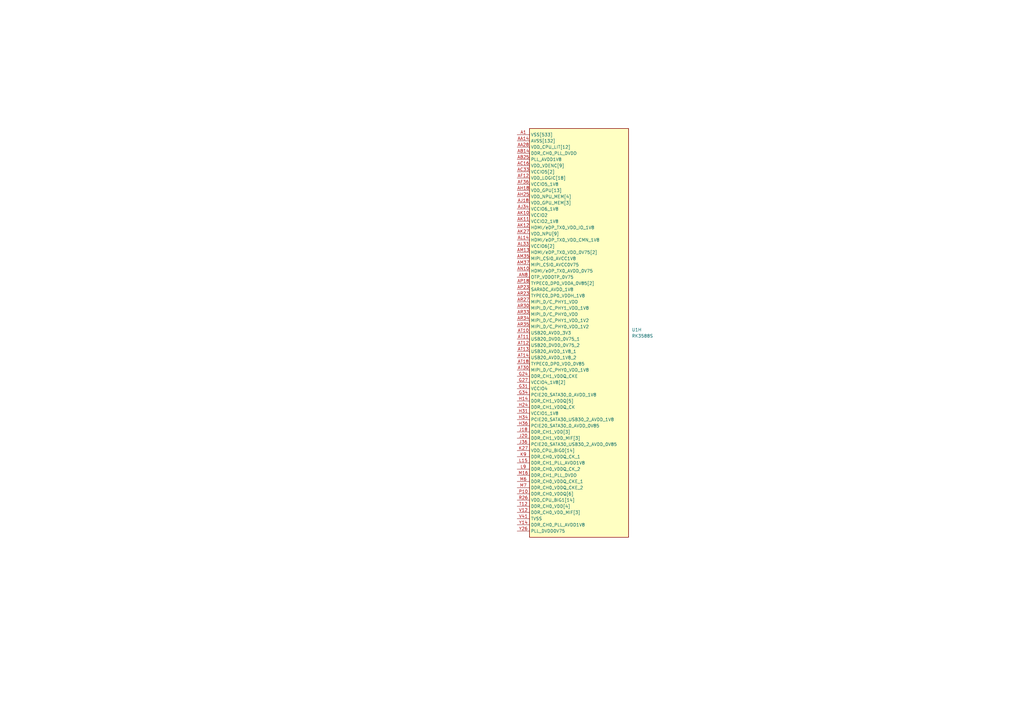
<source format=kicad_sch>
(kicad_sch (version 20230121) (generator eeschema)
  (paper "A3")
  (lib_symbols
    (symbol "RK3588S:RK3588S"
      (property "Reference" "U" (at 5.08 6.35 0))
      (property "Value" "RK3588S" (at 5.08 3.81 0))
      (symbol "RK3588S_1_1"
        (pin bidirectional line (at 0 0 0) (length 5.08) (name "DDR_CH0_CKB_A") (number "AA1"))
        (pin bidirectional line (at 0 -2.54 0) (length 5.08) (name "DDR_CH0_CK_A") (number "AA2"))
        (pin bidirectional line (at 0 -5.08 0) (length 5.08) (name "DDR_CH0_DQ1_B") (number "AA5"))
        (pin bidirectional line (at 0 -7.62 0) (length 5.08) (name "DDR_CH0_DQ3_A") (number "AB3"))
        (pin bidirectional line (at 0 -10.16 0) (length 5.08) (name "DDR_CH0_DQ1_A") (number "AB4"))
        (pin bidirectional line (at 0 -12.7 0) (length 5.08) (name "DDR_CH0_DQ4_A") (number "AB5"))
        (pin bidirectional line (at 0 -15.24 0) (length 5.08) (name "DDR_CH0_LP4/4X_CS1_A") (number "AC1"))
        (pin bidirectional line (at 0 -17.78 0) (length 5.08) (name "DDR_CH0_A1_A") (number "AC2"))
        (pin bidirectional line (at 0 -20.32 0) (length 5.08) (name "DDR_CH0_LP4/4X_CKE1/LP5_CS1_A") (number "AD1"))
        (pin bidirectional line (at 0 -22.86 0) (length 5.08) (name "DDR_CH0_DM0_A") (number "AE1"))
        (pin bidirectional line (at 0 -25.4 0) (length 5.08) (name "DDR_CH0_DQ6_A") (number "AE2"))
        (pin bidirectional line (at 0 -27.94 0) (length 5.08) (name "DDR_CH0_DQ5_A") (number "AE5"))
        (pin bidirectional line (at 0 -30.48 0) (length 5.08) (name "DDR_CH0_A2_A") (number "AF1"))
        (pin bidirectional line (at 0 -33.02 0) (length 5.08) (name "DDR_CH0_DQ7_A") (number "AF3"))
        (pin bidirectional line (at 0 -35.56 0) (length 5.08) (name "DDR_CH0_DQ14_A") (number "AF4"))
        (pin bidirectional line (at 0 -38.1 0) (length 5.08) (name "DDR_CH0_DQ15_A") (number "AF5"))
        (pin bidirectional line (at 0 -40.64 0) (length 5.08) (name "DDR_CH0_RESET_A") (number "AG1"))
        (pin bidirectional line (at 0 -43.18 0) (length 5.08) (name "DDR_CH0_A5_A") (number "AG2"))
        (pin bidirectional line (at 0 -45.72 0) (length 5.08) (name "DDR_CH0_DQ2_A") (number "AJ1"))
        (pin bidirectional line (at 0 -48.26 0) (length 5.08) (name "DDR_CH0_DQ0_A") (number "AJ2"))
        (pin bidirectional line (at 0 -50.8 0) (length 5.08) (name "DDR_CH0_DQ12_A") (number "AJ3"))
        (pin bidirectional line (at 0 -53.34 0) (length 5.08) (name "DDR_CH0_DQ11_A") (number "AJ6"))
        (pin bidirectional line (at 0 -55.88 0) (length 5.08) (name "DDR_CH0_LP4/4X_CKE0/LP5_CS0_A") (number "AK1"))
        (pin bidirectional line (at 0 -58.42 0) (length 5.08) (name "DDR_CH0_DQ13_A") (number "AK3"))
        (pin bidirectional line (at 0 -60.96 0) (length 5.08) (name "DDR_CH0_DM1_A") (number "AK4"))
        (pin bidirectional line (at 0 -63.5 0) (length 5.08) (name "DDR_CH0_DQ8_A") (number "AK5"))
        (pin bidirectional line (at 0 -66.04 0) (length 5.08) (name "DDR_CH0_A3_A") (number "AL2"))
        (pin bidirectional line (at 0 -68.58 0) (length 5.08) (name "DDR_CH0_ZQ_A") (number "AM1"))
        (pin bidirectional line (at 0 -71.12 0) (length 5.08) (name "DDR_CH0_A6_A") (number "AM2"))
        (pin bidirectional line (at 0 -73.66 0) (length 5.08) (name "DDR_CH0_DQS0P_A") (number "AN1"))
        (pin bidirectional line (at 0 -76.2 0) (length 5.08) (name "DDR_CH0_DQS0N_A") (number "AN2"))
        (pin bidirectional line (at 0 -78.74 0) (length 5.08) (name "DDR_CH0_DQ10_A") (number "AN4"))
        (pin bidirectional line (at 0 -81.28 0) (length 5.08) (name "DDR_CH0_DQ9_A") (number "AN5"))
        (pin bidirectional line (at 0 -83.82 0) (length 5.08) (name "DDR_CH0_WCK0N_A") (number "AR5"))
        (pin bidirectional line (at 0 -86.36 0) (length 5.08) (name "DDR_CH0_WCK0P_A") (number "AR6"))
        (pin bidirectional line (at 0 -88.9 0) (length 5.08) (name "DDR_CH0_WCK1N_A") (number "AT3"))
        (pin bidirectional line (at 0 -91.44 0) (length 5.08) (name "DDR_CH0_WCK1P_A") (number "AT4"))
        (pin bidirectional line (at 0 -93.98 0) (length 5.08) (name "DDR_CH0_DQS1N_A") (number "AV3"))
        (pin bidirectional line (at 0 -96.52 0) (length 5.08) (name "DDR_CH0_DQS1P_A") (number "AV4"))
        (pin bidirectional line (at 0 -99.06 0) (length 5.08) (name "DDR_CH0_DQS0N_B") (number "B1"))
        (pin bidirectional line (at 0 -101.6 0) (length 5.08) (name "DDR_CH0_DQS0P_B") (number "B2"))
        (pin bidirectional line (at 0 -104.14 0) (length 5.08) (name "DDR_CH0_ZQ_B") (number "C1"))
        (pin bidirectional line (at 0 -106.68 0) (length 5.08) (name "DDR_CH0_WCK0N_B") (number "C3"))
        (pin bidirectional line (at 0 -109.22 0) (length 5.08) (name "DDR_CH0_WCK0P_B") (number "C4"))
        (pin bidirectional line (at 0 -111.76 0) (length 5.08) (name "DDR_CH0_A3_B") (number "D2"))
        (pin bidirectional line (at 0 -114.3 0) (length 5.08) (name "DDR_CH0_A4_B") (number "E1"))
        (pin bidirectional line (at 0 -116.84 0) (length 5.08) (name "DDR_CH0_WCK1P_B") (number "E3"))
        (pin bidirectional line (at 0 -119.38 0) (length 5.08) (name "DDR_CH0_WCK1N_B") (number "E4"))
        (pin bidirectional line (at 0 -121.92 0) (length 5.08) (name "DDR_CH0_LP4/4X_CKE1/LP5_CS1_B") (number "F1"))
        (pin bidirectional line (at 0 -124.46 0) (length 5.08) (name "DDR_CH0_DM1_B") (number "G2"))
        (pin bidirectional line (at 0 -127 0) (length 5.08) (name "DDR_CH0_DQ10_B") (number "G4"))
        (pin bidirectional line (at 0 -129.54 0) (length 5.08) (name "DDR_CH0_DQ8_B") (number "G5"))
        (pin bidirectional line (at 0 -132.08 0) (length 5.08) (name "DDR_CH0_A6_B") (number "H1"))
        (pin bidirectional line (at 0 -134.62 0) (length 5.08) (name "DDR_CH0_LP4/4X_CKE0/LP5_CS0_B") (number "H2"))
        (pin bidirectional line (at 0 -137.16 0) (length 5.08) (name "DDR_CH0_LP4/4X_CS0_B") (number "J1"))
        (pin bidirectional line (at 0 -139.7 0) (length 5.08) (name "DDR_CH0_DQ9_B") (number "J3"))
        (pin bidirectional line (at 0 -142.24 0) (length 5.08) (name "DDR_CH0_DQ11_B") (number "J4"))
        (pin bidirectional line (at 0 -144.78 0) (length 5.08) (name "DDR_CH0_DQ14_B") (number "J5"))
        (pin bidirectional line (at 0 -147.32 0) (length 5.08) (name "DDR_CH0_DQS1P_B") (number "K1"))
        (pin bidirectional line (at 0 -149.86 0) (length 5.08) (name "DDR_CH0_DQS1N_B") (number "K2"))
        (pin bidirectional line (at 0 -152.4 0) (length 5.08) (name "DDR_CH0_A5_B") (number "L1"))
        (pin bidirectional line (at 0 -154.94 0) (length 5.08) (name "DDR_CH0_LP4/4X_CS1_B") (number "M1"))
        (pin bidirectional line (at 0 -157.48 0) (length 5.08) (name "DDR_CH0_DQ2_B") (number "N1"))
        (pin bidirectional line (at 0 -160.02 0) (length 5.08) (name "DDR_CH0_DQ13_B") (number "N2"))
        (pin bidirectional line (at 0 -162.56 0) (length 5.08) (name "DDR_CH0_DQ12_B") (number "N5"))
        (pin bidirectional line (at 0 -165.1 0) (length 5.08) (name "DDR_CH0_DQ15_B") (number "N6"))
        (pin bidirectional line (at 0 -167.64 0) (length 5.08) (name "DDR_CH0_RESET_B") (number "P1"))
        (pin bidirectional line (at 0 -170.18 0) (length 5.08) (name "DDR_CH0_DQ5_B") (number "P3"))
        (pin bidirectional line (at 0 -172.72 0) (length 5.08) (name "DDR_CH0_DQ4_B") (number "P4"))
        (pin bidirectional line (at 0 -175.26 0) (length 5.08) (name "DDR_CH0_DQ7_B") (number "P5"))
        (pin bidirectional line (at 0 -177.8 0) (length 5.08) (name "DDR_CH0_A2_B") (number "R1"))
        (pin bidirectional line (at 0 -180.34 0) (length 5.08) (name "DDR_CH0_A1_B") (number "R2"))
        (pin bidirectional line (at 0 -182.88 0) (length 5.08) (name "DDR_CH0_A0_A") (number "U1"))
        (pin bidirectional line (at 0 -185.42 0) (length 5.08) (name "DDR_CH0_A0_B") (number "U2"))
        (pin bidirectional line (at 0 -187.96 0) (length 5.08) (name "DDR_CH0_DQ0_B") (number "U3"))
        (pin bidirectional line (at 0 -190.5 0) (length 5.08) (name "DDR_CH0_DQ6_B") (number "U4"))
        (pin bidirectional line (at 0 -193.04 0) (length 5.08) (name "DDR_CH0_DQ3_B") (number "U5"))
        (pin bidirectional line (at 0 -195.58 0) (length 5.08) (name "DDR_CH0_CKB_B") (number "V1"))
        (pin bidirectional line (at 0 -198.12 0) (length 5.08) (name "DDR_CH0_CK_B") (number "V2"))
        (pin bidirectional line (at 0 -200.66 0) (length 5.08) (name "DDR_CH0_DM0_B") (number "V5"))
        (pin bidirectional line (at 0 -203.2 0) (length 5.08) (name "DDR_CH0_A4_A") (number "Y1"))
        (pin bidirectional line (at 0 -205.74 0) (length 5.08) (name "DDR_CH0_LP4/4X_CS0_A") (number "Y2"))
      )
      (symbol "RK3588S_2_1"
        (pin bidirectional line (at 0 0 0) (length 5.08) (name "DDR_CH1_A4_C") (number "A10"))
        (pin bidirectional line (at 0 -2.54 0) (length 5.08) (name "DDR_CH1_DQ10_C") (number "A12"))
        (pin bidirectional line (at 0 -5.08 0) (length 5.08) (name "DDR_CH1_LP4/4X_CKE1/LP5_CS1_C") (number "A13"))
        (pin bidirectional line (at 0 -7.62 0) (length 5.08) (name "DDR_CH1_A5_C") (number "A15"))
        (pin bidirectional line (at 0 -10.16 0) (length 5.08) (name "DDR_CH1_DQ14_C") (number "A16"))
        (pin bidirectional line (at 0 -12.7 0) (length 5.08) (name "DDR_CH1_LP4/4X_CKE0/LP5_CS0_C") (number "A18"))
        (pin bidirectional line (at 0 -15.24 0) (length 5.08) (name "DDR_CH1_LP4/4X_CS1_C") (number "A19"))
        (pin bidirectional line (at 0 -17.78 0) (length 5.08) (name "DDR_CH1_DQ2_C") (number "A20"))
        (pin bidirectional line (at 0 -20.32 0) (length 5.08) (name "DDR_CH1_A1_C") (number "A21"))
        (pin bidirectional line (at 0 -22.86 0) (length 5.08) (name "DDR_CH1_LP4/4X_CS1_D") (number "A23"))
        (pin bidirectional line (at 0 -25.4 0) (length 5.08) (name "DDR_CH1_DQ0_D") (number "A24"))
        (pin bidirectional line (at 0 -27.94 0) (length 5.08) (name "DDR_CH1_A0_D") (number "A26"))
        (pin bidirectional line (at 0 -30.48 0) (length 5.08) (name "DDR_CH1_A1_D") (number "A27"))
        (pin bidirectional line (at 0 -33.02 0) (length 5.08) (name "DDR_CH1_DQ3_D") (number "A28"))
        (pin bidirectional line (at 0 -35.56 0) (length 5.08) (name "DDR_CH1_DQS1P_C") (number "A3"))
        (pin bidirectional line (at 0 -38.1 0) (length 5.08) (name "DDR_CH1_A2_D") (number "A30"))
        (pin bidirectional line (at 0 -40.64 0) (length 5.08) (name "DDR_CH1_LP4/4X_CKE1/LP5_CS1_D") (number "A31"))
        (pin bidirectional line (at 0 -43.18 0) (length 5.08) (name "DDR_CH1_DQ15_D") (number "A32"))
        (pin bidirectional line (at 0 -45.72 0) (length 5.08) (name "DDR_CH1_A6_D") (number "A33"))
        (pin bidirectional line (at 0 -48.26 0) (length 5.08) (name "DDR_CH1_LP4/4X_CKE0/LP5_CS0_D") (number "A35"))
        (pin bidirectional line (at 0 -50.8 0) (length 5.08) (name "DDR_CH1_A3_D") (number "A36"))
        (pin bidirectional line (at 0 -53.34 0) (length 5.08) (name "DDR_CH1_WCK1P_D") (number "A37"))
        (pin bidirectional line (at 0 -55.88 0) (length 5.08) (name "DDR_CH1_A5_D") (number "A38"))
        (pin bidirectional line (at 0 -58.42 0) (length 5.08) (name "DDR_CH1_WCK0N_D") (number "A39"))
        (pin bidirectional line (at 0 -60.96 0) (length 5.08) (name "DDR_CH1_DQS1N_C") (number "A4"))
        (pin bidirectional line (at 0 -63.5 0) (length 5.08) (name "DDR_CH1_ZQ_D") (number "A40"))
        (pin bidirectional line (at 0 -66.04 0) (length 5.08) (name "DDR_CH1_DQS0N_D") (number "A41"))
        (pin bidirectional line (at 0 -68.58 0) (length 5.08) (name "DDR_CH1_ZQ_C") (number "A5"))
        (pin bidirectional line (at 0 -71.12 0) (length 5.08) (name "DDR_CH1_WCK1N_C") (number "A6"))
        (pin bidirectional line (at 0 -73.66 0) (length 5.08) (name "DDR_CH1_A3_C") (number "A7"))
        (pin bidirectional line (at 0 -76.2 0) (length 5.08) (name "DDR_CH1_DQS0P_C") (number "A9"))
        (pin bidirectional line (at 0 -78.74 0) (length 5.08) (name "DDR_CH1_DQ9_C") (number "B12"))
        (pin bidirectional line (at 0 -81.28 0) (length 5.08) (name "DDR_CH1_RESET_C") (number "B13"))
        (pin bidirectional line (at 0 -83.82 0) (length 5.08) (name "DDR_CH1_LP4/4X_CS0_C") (number "B15"))
        (pin bidirectional line (at 0 -86.36 0) (length 5.08) (name "DDR_CH1_DQ15_C") (number "B16"))
        (pin bidirectional line (at 0 -88.9 0) (length 5.08) (name "DDR_CH1_A0_C") (number "B18"))
        (pin bidirectional line (at 0 -91.44 0) (length 5.08) (name "DDR_CH1_DQ0_C") (number "B20"))
        (pin bidirectional line (at 0 -93.98 0) (length 5.08) (name "DDR_CH1_A2_C") (number "B22"))
        (pin bidirectional line (at 0 -96.52 0) (length 5.08) (name "DDR_CH1_DQ2_D") (number "B24"))
        (pin bidirectional line (at 0 -99.06 0) (length 5.08) (name "DDR_CH1_RESET_D") (number "B25"))
        (pin bidirectional line (at 0 -101.6 0) (length 5.08) (name "DDR_CH1_DQ5_D") (number "B28"))
        (pin bidirectional line (at 0 -104.14 0) (length 5.08) (name "DDR_CH1_LP4/4X_CS0_D") (number "B30"))
        (pin bidirectional line (at 0 -106.68 0) (length 5.08) (name "DDR_CH1_DQ12_D") (number "B32"))
        (pin bidirectional line (at 0 -109.22 0) (length 5.08) (name "DDR_CH1_A4_D") (number "B33"))
        (pin bidirectional line (at 0 -111.76 0) (length 5.08) (name "DDR_CH1_WCK1N_D") (number "B37"))
        (pin bidirectional line (at 0 -114.3 0) (length 5.08) (name "DDR_CH1_WCK0P_D") (number "B39"))
        (pin bidirectional line (at 0 -116.84 0) (length 5.08) (name "DDR_CH1_DQS0P_D") (number "B41"))
        (pin bidirectional line (at 0 -119.38 0) (length 5.08) (name "DDR_CH1_WCK1P_C") (number "B6"))
        (pin bidirectional line (at 0 -121.92 0) (length 5.08) (name "DDR_CH1_A6_C") (number "B7"))
        (pin bidirectional line (at 0 -124.46 0) (length 5.08) (name "DDR_CH1_DQS0N_C") (number "B9"))
        (pin bidirectional line (at 0 -127 0) (length 5.08) (name "DDR_CH1_DQ11_C") (number "C10"))
        (pin bidirectional line (at 0 -129.54 0) (length 5.08) (name "DDR_CH1_DQ12_C") (number "C13"))
        (pin bidirectional line (at 0 -132.08 0) (length 5.08) (name "DDR_CH1_DQ5_C") (number "C16"))
        (pin bidirectional line (at 0 -134.62 0) (length 5.08) (name "DDR_CH1_DQ4_C") (number "C17"))
        (pin bidirectional line (at 0 -137.16 0) (length 5.08) (name "DDR_CH1_CK_C") (number "C21"))
        (pin bidirectional line (at 0 -139.7 0) (length 5.08) (name "DDR_CH1_CK_D") (number "C23"))
        (pin bidirectional line (at 0 -142.24 0) (length 5.08) (name "DDR_CH1_DQ1_D") (number "C25"))
        (pin bidirectional line (at 0 -144.78 0) (length 5.08) (name "DDR_CH1_DQ6_D") (number "C27"))
        (pin bidirectional line (at 0 -147.32 0) (length 5.08) (name "DDR_CH1_DQ7_D") (number "C29"))
        (pin bidirectional line (at 0 -149.86 0) (length 5.08) (name "DDR_CH1_DQ14_D") (number "C32"))
        (pin bidirectional line (at 0 -152.4 0) (length 5.08) (name "DDR_CH1_DM1_D") (number "C33"))
        (pin bidirectional line (at 0 -154.94 0) (length 5.08) (name "DDR_CH1_DQ13_D") (number "C34"))
        (pin bidirectional line (at 0 -157.48 0) (length 5.08) (name "DDR_CH1_DQS1N_D") (number "C36"))
        (pin bidirectional line (at 0 -160.02 0) (length 5.08) (name "DDR_CH1_WCK0P_C") (number "C8"))
        (pin bidirectional line (at 0 -162.56 0) (length 5.08) (name "DDR_CH1_DQ8_C") (number "D10"))
        (pin bidirectional line (at 0 -165.1 0) (length 5.08) (name "DDR_CH1_DM1_C") (number "D13"))
        (pin bidirectional line (at 0 -167.64 0) (length 5.08) (name "DDR_CH1_DQ7_C") (number "D16"))
        (pin bidirectional line (at 0 -170.18 0) (length 5.08) (name "DDR_CH1_DQ6_C") (number "D17"))
        (pin bidirectional line (at 0 -172.72 0) (length 5.08) (name "DDR_CH1_CKB_C") (number "D21"))
        (pin bidirectional line (at 0 -175.26 0) (length 5.08) (name "DDR_CH1_CKB_D") (number "D23"))
        (pin bidirectional line (at 0 -177.8 0) (length 5.08) (name "DDR_CH1_DQ4_D") (number "D25"))
        (pin bidirectional line (at 0 -180.34 0) (length 5.08) (name "DDR_CH1_DM0_D") (number "D27"))
        (pin bidirectional line (at 0 -182.88 0) (length 5.08) (name "DDR_CH1_DQ9_D") (number "D29"))
        (pin bidirectional line (at 0 -185.42 0) (length 5.08) (name "DDR_CH1_DQ8_D") (number "D34"))
        (pin bidirectional line (at 0 -187.96 0) (length 5.08) (name "DDR_CH1_DQS1P_D") (number "D36"))
        (pin bidirectional line (at 0 -190.5 0) (length 5.08) (name "DDR_CH1_WCK0N_C") (number "D8"))
        (pin bidirectional line (at 0 -193.04 0) (length 5.08) (name "DDR_CH1_DQ13_C") (number "E13"))
        (pin bidirectional line (at 0 -195.58 0) (length 5.08) (name "DDR_CH1_DM0_C") (number "E17"))
        (pin bidirectional line (at 0 -198.12 0) (length 5.08) (name "DDR_CH1_DQ1_C") (number "E20"))
        (pin bidirectional line (at 0 -200.66 0) (length 5.08) (name "DDR_CH1_DQ10_D") (number "E29"))
        (pin bidirectional line (at 0 -203.2 0) (length 5.08) (name "DDR_CH1_DQ11_D") (number "E32"))
        (pin bidirectional line (at 0 -205.74 0) (length 5.08) (name "DDR_CH1_DQ3_C") (number "F20"))
      )
      (symbol "RK3588S_3_1"
        (pin bidirectional line (at 0 0 0) (length 5.08) (name "EMMC_D2/FSPI_D2_M0/GPIO2_D2_u") (number "AA41"))
        (pin bidirectional line (at 0 -2.54 0) (length 5.08) (name "EMMC_D3/FSPI_D3_M0/GPIO2_D3_u") (number "AA42"))
        (pin bidirectional line (at 0 -5.08 0) (length 5.08) (name "EMMCIO_1V8") (number "AB35"))
        (pin bidirectional line (at 0 -7.62 0) (length 5.08) (name "EMMC_CLKOUT/GPIO2_A1_d") (number "AB41"))
        (pin bidirectional line (at 0 -10.16 0) (length 5.08) (name "EMMC_D4/I2C1_SCL_M3/UART5_RX_M2/GPIO2_D4_u") (number "AB42"))
        (pin bidirectional line (at 0 -12.7 0) (length 5.08) (name "EMMCIO_1V8") (number "AC35"))
        (pin bidirectional line (at 0 -15.24 0) (length 5.08) (name "EMMC_DATA_STROBE/I2C2_SDA_M2/UART5_CTSN_M1/GPIO2_A2_d") (number "AC40"))
        (pin bidirectional line (at 0 -17.78 0) (length 5.08) (name "EMMC_RSTN/I2C2_SCL_M2/UART5_RTSN_M1/GPIO2_A3_d") (number "AD40"))
        (pin bidirectional line (at 0 -20.32 0) (length 5.08) (name "EMMC_D6/FSPI_CS0N_M0/GPIO2_D6_u") (number "AD41"))
        (pin bidirectional line (at 0 -22.86 0) (length 5.08) (name "EMMC_D5/I2C1_SDA_M3/UART5_TX_M2/GPIO2_D5_u") (number "AD42"))
        (pin bidirectional line (at 0 -25.4 0) (length 5.08) (name "EMMC_D7/FSPI_CS1N_M0/GPIO2_D7_u") (number "AE41"))
        (pin bidirectional line (at 0 -27.94 0) (length 5.08) (name "EMMC_CMD/FSPI_CLK_M0/GPIO2_A0_u") (number "AE42"))
        (pin bidirectional line (at 0 -30.48 0) (length 5.08) (name "EMMC_D1/FSPI_D1_M0/GPIO2_D1_u") (number "Y40"))
        (pin bidirectional line (at 0 -33.02 0) (length 5.08) (name "EMMC_D0/FSPI_D0_M0/GPIO2_D0_u") (number "Y41"))
      )
      (symbol "RK3588S_4_1"
        (pin bidirectional line (at 0 0 0) (length 5.08) (name "I2S1_SDO0_M1/CPU_BIG0_AVS/I2C0_SCL_M2/UART0_CTSN/UART1_TX_M2/SPI0_CS0_M0/HDMI_TX0_CEC_M1/GPIO0_D1_") (number "AH41"))
        (pin bidirectional line (at 0 -2.54 0) (length 5.08) (name "I2S1_SDO2_M1/PDM0_SDI2_M1/PWM3_IR_M0/I2C1_SCL_M2/CAN2_RX_M1/HDMI_TX0_SDA_M1/SPI3_CS0_M2/SATA_CPDET/GPIO0_D4_u") (number "AL39"))
        (pin bidirectional line (at 0 -5.08 0) (length 5.08) (name "I2S1_SDO3_M1/CPU_BIG1_AVS/I2C1_SDA_M2/CAN2_TX_M1/HDMI_TX0_SCL_M1/SPI3_CS1_M2/SATA_MP_SWITCH/GPIO0_D5_u") (number "AM39"))
        (pin bidirectional line (at 0 -7.62 0) (length 5.08) (name "HDMI_TX0_HPD_M1/MCU_JTAG_TCK_M1/UART9_RX_M2/SPI0_CS0_M3/GPIO3_D4_d") (number "AV31"))
        (pin bidirectional line (at 0 -10.16 0) (length 5.08) (name "HDMI_TX0_SBDN/EDP_TX0_AUXN") (number "AY1"))
        (pin bidirectional line (at 0 -12.7 0) (length 5.08) (name "HDMI/eDP_TX0_REXT") (number "AY3"))
        (pin bidirectional line (at 0 -15.24 0) (length 5.08) (name "HDMI_TX0_SBDP/EDP_TX0_AUXP") (number "BA1"))
        (pin bidirectional line (at 0 -17.78 0) (length 5.08) (name "HDMI_TX0_D3P/EDP_TX0_D3P") (number "BA2"))
        (pin bidirectional line (at 0 -20.32 0) (length 5.08) (name "HDMI_TX0_D0N/EDP_TX0_D0N") (number "BA4"))
        (pin bidirectional line (at 0 -22.86 0) (length 5.08) (name "HDMI_TX0_D1P/EDP_TX0_D1P") (number "BA5"))
        (pin bidirectional line (at 0 -25.4 0) (length 5.08) (name "HDMI_TX0_D2N/EDP_TX0_D2N") (number "BA7"))
        (pin bidirectional line (at 0 -27.94 0) (length 5.08) (name "HDMI_TX0_D3N/EDP_TX0_D3N") (number "BB2"))
        (pin bidirectional line (at 0 -30.48 0) (length 5.08) (name "HDMI_TX0_D0P/EDP_TX0_D0P") (number "BB4"))
        (pin bidirectional line (at 0 -33.02 0) (length 5.08) (name "HDMI_TX0_D1N/EDP_TX0_D1N") (number "BB5"))
        (pin bidirectional line (at 0 -35.56 0) (length 5.08) (name "HDMI_TX0_D2P/EDP_TX0_D2P") (number "BB7"))
        (pin bidirectional line (at 0 -38.1 0) (length 5.08) (name "HDMI_TX0_HPD_M0/SPI2_MOSI_M0/GPIO1_A5_d") (number "M40"))
      )
      (symbol "RK3588S_5_1"
        (pin bidirectional line (at 0 0 0) (length 5.08) (name "MIPI_CSI0_D1P") (number "AK41"))
        (pin bidirectional line (at 0 -2.54 0) (length 5.08) (name "MIPI_CSI0_D1N") (number "AK42"))
        (pin bidirectional line (at 0 -5.08 0) (length 5.08) (name "MIPI_CSI0_D0N") (number "AL41"))
        (pin bidirectional line (at 0 -7.62 0) (length 5.08) (name "MIPI_CSI0_D0P") (number "AL42"))
        (pin bidirectional line (at 0 -10.16 0) (length 5.08) (name "MIPI_CSI0_CLK0N") (number "AN41"))
        (pin bidirectional line (at 0 -12.7 0) (length 5.08) (name "MIPI_CSI0_CLK0P") (number "AN42"))
        (pin bidirectional line (at 0 -15.24 0) (length 5.08) (name "MIPI_CSI0_D3N") (number "AP41"))
        (pin bidirectional line (at 0 -17.78 0) (length 5.08) (name "MIPI_CSI0_D3P") (number "AP42"))
        (pin bidirectional line (at 0 -20.32 0) (length 5.08) (name "GMAC1_RXD1/I2S2_SCLK_RX_M1/MIPI_CAMERA3_CLK_M1/PWM9_M0/GPIO3_B0_u") (number "AR39"))
        (pin bidirectional line (at 0 -22.86 0) (length 5.08) (name "MIPI_D/C_PHY1_VREG") (number "AT27"))
        (pin bidirectional line (at 0 -25.4 0) (length 5.08) (name "MIPI_D/C_PHY0_VREG") (number "AT33"))
        (pin bidirectional line (at 0 -27.94 0) (length 5.08) (name "GMAC1_RXD0/MIPI_CAMERA2_CLK_M1/PWM8_M0/GPIO3_A7_u") (number "AT37"))
        (pin bidirectional line (at 0 -30.48 0) (length 5.08) (name "MIPI_CSI0_D2P") (number "AT41"))
        (pin bidirectional line (at 0 -33.02 0) (length 5.08) (name "MIPI_CSI0_D2N") (number "AT42"))
        (pin bidirectional line (at 0 -35.56 0) (length 5.08) (name "MIPI_CAMERA0_CLK_M0/SPDIF1_TX_M1/I2S1_SDO0_M0/SATA2_ACT_LED_M0/I2C6_SCL_M3/UART8_RX_M0/SPI0_CS1_M1/GPIO4_B1_u") (number "AU22"))
        (pin bidirectional line (at 0 -38.1 0) (length 5.08) (name "MIPI_CSI0_CLK1P") (number "AU41"))
        (pin bidirectional line (at 0 -40.64 0) (length 5.08) (name "MIPI_CSI0_CLK1N") (number "AU42"))
        (pin bidirectional line (at 0 -43.18 0) (length 5.08) (name "ETH1_REFCLKO_25M/MIPI_CAMERA1_CLK_M1/I2C4_SCL_M0/GPIO3_A6_d") (number "AV37"))
        (pin bidirectional line (at 0 -45.72 0) (length 5.08) (name "GMAC1_RXCLK/SDIO_CLK_M1/MIPI_CAMERA0_CLK_M1/FSPI_CLK_M2/I2C4_SDA_M0/UART8_CTSN_M1/GPIO3_A5_d") (number "AV38"))
        (pin bidirectional line (at 0 -48.26 0) (length 5.08) (name "GMAC1_RXDV_CRS/I2S2_LRCK_RX_M1/MIPI_CAMERA4_CLK_M1/UART2_TX_M2/PWM2_M1/GPIO3_B1_d") (number "AV39"))
        (pin bidirectional line (at 0 -50.8 0) (length 5.08) (name "GMAC1_MDC/MIPI_TE0/I2C8_SCL_M4/UART7_RTSN_M1/PWM14_M0/SPI1_CS0_M1/GPIO3_C2_d") (number "AV40"))
        (pin bidirectional line (at 0 -53.34 0) (length 5.08) (name "GMAC1_MDIO/MIPI_TE1/I2C8_SDA_M4/UART7_CTSN_M1/PWM15_IR_M0/SPI1_CS1_M1/GPIO3_C3_d") (number "AW39"))
        (pin bidirectional line (at 0 -55.88 0) (length 5.08) (name "MIPI_DPHY0_RX_D3P/NO_USE") (number "AW41"))
        (pin bidirectional line (at 0 -58.42 0) (length 5.08) (name "MIPI_DPHY0_RX_D3N/MIPI_CPHY0_RX_TRIO2_C") (number "AW42"))
        (pin bidirectional line (at 0 -60.96 0) (length 5.08) (name "MIPI_DPHY0_RX_D1N/MIPI_CPHY0_RX_TRIO0_C") (number "AY40"))
        (pin bidirectional line (at 0 -63.5 0) (length 5.08) (name "MIPI_DPHY0_RX_D2P/MIPI_CPHY0_RX_TRIO2_B") (number "AY42"))
        (pin bidirectional line (at 0 -66.04 0) (length 5.08) (name "MIPI_DPHY1_TX_D0N/MIPI_CPHY1_TX_TRIO0_A") (number "BA16"))
        (pin bidirectional line (at 0 -68.58 0) (length 5.08) (name "MIPI_DPHY1_TX_D1P/MIPI_CPHY1_TX_TRIO1_A") (number "BA17"))
        (pin bidirectional line (at 0 -71.12 0) (length 5.08) (name "MIPI_DPHY1_TX_CLKN/MIPI_CPHY1_TX_TRIO1_B") (number "BA19"))
        (pin bidirectional line (at 0 -73.66 0) (length 5.08) (name "MIPI_DPHY1_TX_D2P/MIPI_CPHY1_TX_TRIO2_B") (number "BA20"))
        (pin bidirectional line (at 0 -76.2 0) (length 5.08) (name "MIPI_DPHY1_TX_D3N/MIPI_CPHY1_TX_TRIO2_C") (number "BA22"))
        (pin bidirectional line (at 0 -78.74 0) (length 5.08) (name "MIPI_DPHY1_RX_D0P/MIPI_CPHY1_RX_TRIO0_B") (number "BA23"))
        (pin bidirectional line (at 0 -81.28 0) (length 5.08) (name "MIPI_DPHY1_RX_D1N/MIPI_CPHY1_RX_TRIO0_C") (number "BA25"))
        (pin bidirectional line (at 0 -83.82 0) (length 5.08) (name "MIPI_DPHY1_RX_CLKP/MIPI_CPHY1_RX_TRIO1_C") (number "BA26"))
        (pin bidirectional line (at 0 -86.36 0) (length 5.08) (name "MIPI_DPHY1_RX_D2N/MIPI_CPHY1_RX_TRIO2_A") (number "BA28"))
        (pin bidirectional line (at 0 -88.9 0) (length 5.08) (name "MIPI_DPHY1_RX_D3P/NO_USE") (number "BA29"))
        (pin bidirectional line (at 0 -91.44 0) (length 5.08) (name "MIPI_DPHY0_TX_D0N/MIPI_CPHY0_TX_TRIO0_A") (number "BA31"))
        (pin bidirectional line (at 0 -93.98 0) (length 5.08) (name "MIPI_DPHY0_TX_D1P/MIPI_CPHY0_TX_TRIO1_A") (number "BA32"))
        (pin bidirectional line (at 0 -96.52 0) (length 5.08) (name "MIPI_DPHY0_TX_CLKN/MIPI_CPHY0_TX_TRIO1_B") (number "BA34"))
        (pin bidirectional line (at 0 -99.06 0) (length 5.08) (name "MIPI_DPHY0_TX_D2P/MIPI_CPHY0_TX_TRIO2_B") (number "BA35"))
        (pin bidirectional line (at 0 -101.6 0) (length 5.08) (name "MIPI_DPHY0_TX_D3N/MIPI_CPHY0_TX_TRIO2_C") (number "BA37"))
        (pin bidirectional line (at 0 -104.14 0) (length 5.08) (name "MIPI_DPHY0_RX_D0P/MIPI_CPHY0_RX_TRIO0_B") (number "BA38"))
        (pin bidirectional line (at 0 -106.68 0) (length 5.08) (name "MIPI_DPHY0_RX_D1P/MIPI_CPHY0_RX_TRIO1_A") (number "BA40"))
        (pin bidirectional line (at 0 -109.22 0) (length 5.08) (name "MIPI_DPHY0_RX_CLKN/MIPI_CPHY0_RX_TRIO1_B") (number "BA41"))
        (pin bidirectional line (at 0 -111.76 0) (length 5.08) (name "MIPI_DPHY0_RX_D2N/MIPI_CPHY0_RX_TRIO2_A") (number "BA42"))
        (pin bidirectional line (at 0 -114.3 0) (length 5.08) (name "MIPI_DPHY1_TX_D0P/MIPI_CPHY1_TX_TRIO0_B") (number "BB16"))
        (pin bidirectional line (at 0 -116.84 0) (length 5.08) (name "MIPI_DPHY1_TX_D1N/MIPI_CPHY1_TX_TRIO0_C") (number "BB17"))
        (pin bidirectional line (at 0 -119.38 0) (length 5.08) (name "MIPI_DPHY1_TX_CLKP/MIPI_CPHY1_TX_TRIO1_C") (number "BB19"))
        (pin bidirectional line (at 0 -121.92 0) (length 5.08) (name "MIPI_DPHY1_TX_D2N/MIPI_CPHY1_TX_TRIO2_A") (number "BB20"))
        (pin bidirectional line (at 0 -124.46 0) (length 5.08) (name "MIPI_DPHY1_TX_D3P/NO_USE") (number "BB22"))
        (pin bidirectional line (at 0 -127 0) (length 5.08) (name "MIPI_DPHY1_RX_D0N/MIPI_CPHY1_RX_TRIO0_A") (number "BB23"))
        (pin bidirectional line (at 0 -129.54 0) (length 5.08) (name "MIPI_DPHY1_RX_D1P/MIPI_CPHY1_RX_TRIO1_A") (number "BB25"))
        (pin bidirectional line (at 0 -132.08 0) (length 5.08) (name "MIPI_DPHY1_RX_CLKN/MIPI_CPHY1_RX_TRIO1_B") (number "BB26"))
        (pin bidirectional line (at 0 -134.62 0) (length 5.08) (name "MIPI_DPHY1_RX_D2P/MIPI_CPHY1_RX_TRIO2_B") (number "BB28"))
        (pin bidirectional line (at 0 -137.16 0) (length 5.08) (name "MIPI_DPHY1_RX_D3N/MIPI_CPHY1_RX_TRIO2_C") (number "BB29"))
        (pin bidirectional line (at 0 -139.7 0) (length 5.08) (name "MIPI_DPHY0_TX_D0P/MIPI_CPHY0_TX_TRIO0_B") (number "BB31"))
        (pin bidirectional line (at 0 -142.24 0) (length 5.08) (name "MIPI_DPHY0_TX_D1N/MIPI_CPHY0_TX_TRIO0_C") (number "BB32"))
        (pin bidirectional line (at 0 -144.78 0) (length 5.08) (name "MIPI_DPHY0_TX_CLKP/MIPI_CPHY0_TX_TRIO1_C") (number "BB34"))
        (pin bidirectional line (at 0 -147.32 0) (length 5.08) (name "MIPI_DPHY0_TX_D2N/MIPI_CPHY0_TX_TRIO2_A") (number "BB35"))
        (pin bidirectional line (at 0 -149.86 0) (length 5.08) (name "MIPI_DPHY0_TX_D3P/NO_USE") (number "BB37"))
        (pin bidirectional line (at 0 -152.4 0) (length 5.08) (name "MIPI_DPHY0_RX_D0N/MIPI_CPHY0_RX_TRIO0_A") (number "BB38"))
        (pin bidirectional line (at 0 -154.94 0) (length 5.08) (name "MIPI_DPHY0_RX_CLKP/MIPI_CPHY0_RX_TRIO1_C") (number "BB41"))
        (pin bidirectional line (at 0 -157.48 0) (length 5.08) (name "MIPI_CAMERA2_CLK_M0/SPDIF1_TX_M0/SATA2_ACT_LED_M1/I2C5_SDA_M3/UART1_RX_M1/PWM13_M2/GPIO1_B7_u") (number "F37"))
        (pin bidirectional line (at 0 -160.02 0) (length 5.08) (name "MIPI_CAMERA4_CLK_M0/I2C8_SDA_M2/UART1_CTSN_M1/PWM15_IR_M3/GPIO1_D7_u") (number "G38"))
        (pin bidirectional line (at 0 -162.56 0) (length 5.08) (name "MIPI_CAMERA3_CLK_M0/I2C8_SCL_M2/UART1_RTSN_M1/PWM14_M2/GPIO1_D6_u") (number "L37"))
        (pin bidirectional line (at 0 -165.1 0) (length 5.08) (name "MIPI_CAMERA1_CLK_M0/SPDIF0_TX_M0/I2C5_SCL_M3/UART1_TX_M1/GPIO1_B6_u") (number "L38"))
      )
      (symbol "RK3588S_6_1"
        (pin bidirectional line (at 0 0 0) (length 5.08) (name "SPI2_CS1_M2/I2C1_SCL_M1/UART0_RX_M1/GPIO0_B0_z") (number "AC37"))
        (pin bidirectional line (at 0 -2.54 0) (length 5.08) (name "TSADC_SHUT_ORG/TSADC_SHUT/GPIO0_A1_z") (number "AC39"))
        (pin bidirectional line (at 0 -5.08 0) (length 5.08) (name "CLK32K_IN/CLK32K_OUT0/GPIO0_B2_u") (number "AD38"))
        (pin bidirectional line (at 0 -7.62 0) (length 5.08) (name "PMIC_SLEEP2/GPIO0_A3_d") (number "AD39"))
        (pin bidirectional line (at 0 -10.16 0) (length 5.08) (name "RESERVED") (number "AF35"))
        (pin bidirectional line (at 0 -12.7 0) (length 5.08) (name "PMIC_SLEEP4/GPIO0_C2_d") (number "AG36"))
        (pin bidirectional line (at 0 -15.24 0) (length 5.08) (name "LITCPU_AVS/SPI3_CLK_M2/GPIO0_D3_u") (number "AG37"))
        (pin bidirectional line (at 0 -17.78 0) (length 5.08) (name "I2S1_SDI0_M1/GPU_AVS/UART0_TX_M0/I2C4_SCL_M2/PWM4_M0/GPIO0_C5_u") (number "AG38"))
        (pin bidirectional line (at 0 -20.32 0) (length 5.08) (name "I2S1_SDI3_M1/PDM0_SDI1_M1/I2C6_SCL_M0/UART1_CTSN_M2/PWM7_IR_M0/SPI3_MISO_M2/GPIO0_D0_d") (number "AG39"))
        (pin bidirectional line (at 0 -22.86 0) (length 5.08) (name "I2S1_SDO1_M1/I2C0_SDA_M2/UART1_RX_M2/SPI3_MOSI_M2/GPIO0_D2_u") (number "AG41"))
        (pin bidirectional line (at 0 -25.4 0) (length 5.08) (name "PMIC_SLEEP6/PDM0_SDI3_M1/GPIO0_D6_d") (number "AG42"))
        (pin bidirectional line (at 0 -27.94 0) (length 5.08) (name "TSADC_TEST_OUT_TS") (number "AH37"))
        (pin bidirectional line (at 0 -30.48 0) (length 5.08) (name "PMIC_SLEEP5/GPIO0_C3_d") (number "AH38"))
        (pin bidirectional line (at 0 -33.02 0) (length 5.08) (name "I2S1_SDI1_M1/NPU_AVS/UART0_RTSN/PWM5_M1/SPI0_CLK_M0/SATA_CP_POD/GPIO0_C6_u") (number "AH42"))
        (pin bidirectional line (at 0 -35.56 0) (length 5.08) (name "PMU_0V75") (number "AJ36"))
        (pin bidirectional line (at 0 -38.1 0) (length 5.08) (name "PMU_0V75") (number "AJ37"))
        (pin bidirectional line (at 0 -40.64 0) (length 5.08) (name "NC") (number "AK9"))
        (pin bidirectional line (at 0 -43.18 0) (length 5.08) (name "I2S1_LRCK_RX_M1/PDM0_CLK1_M1/PWM2_M0/UART0_RX_M0/I2C4_SDA_M2/DP0_HPDIN_M1/GPIO0_C4_d") (number "AL38"))
        (pin bidirectional line (at 0 -45.72 0) (length 5.08) (name "I2S1_SDI2_M1/PDM0_SDI0_M1/I2C6_SDA_M0/UART1_RTSN_M2/PWM6_M0/SPI0_MISO_M0/GPIO0_C7_d") (number "AL40"))
        (pin bidirectional line (at 0 -48.26 0) (length 5.08) (name "PMIC_SLEEP3/GPIO0_C1_d") (number "AM38"))
        (pin bidirectional line (at 0 -50.8 0) (length 5.08) (name "I2S1_SCLK_RX_M1/PDM0_CLK0_M1/PWM1_M0/I2C2_SDA_M0/CAN0_RX_M0/SPI0_MOSI_M0/GPIO0_C0_d") (number "AM40"))
        (pin bidirectional line (at 0 -53.34 0) (length 5.08) (name "GMAC1_PPSTRIG/I2C3_SDA_M1/UART7_TX_M1/SPI1_MISO_M1/GPIO3_C0_d") (number "AR36"))
        (pin bidirectional line (at 0 -55.88 0) (length 5.08) (name "GMAC1_TXD3/SDIO_D1_M1/I2S3_SCLK/AUDDSM_LN/FSPI_D2_M2/I2C6_SCL_M4/PWM11_IR_M0/SPI4_MOSI_M1/GPIO3_A1_u") (number "AR37"))
        (pin bidirectional line (at 0 -58.42 0) (length 5.08) (name "GMAC1_TXD2/SDIO_D0_M1/I2S3_MCLK/FSPI_D0_M2/I2C6_SDA_M4/PWM10_M0/SPI4_MISO_M1/GPIO3_A0_u") (number "AR38"))
        (pin bidirectional line (at 0 -60.96 0) (length 5.08) (name "GMAC1_RXD2/SDIO_D2_M1/I2S3_LRCK/AUDDSM_LP/FSPI_D2_M2/UART8_TX_M1/SPI4_CLK_M1/GPIO3_A2") (number "AT38"))
        (pin bidirectional line (at 0 -63.5 0) (length 5.08) (name "GMAC1_TXCLK/SDIO_CMD_M1/I2S3_SDI/AUDDSM_RP/UART8_RTSN_M1/SPI4_CS1_M1/GPIO3_A4_d") (number "AT39"))
        (pin bidirectional line (at 0 -66.04 0) (length 5.08) (name "GMAC1_RXD3/SDIO_D3_M1/I2S3_SDO/AUDDSM_RN/FSPI_D3_M2/UART8_RX_M1/SPI4_CS0_M1/GPIO3_A3_u") (number "AT40"))
        (pin bidirectional line (at 0 -68.58 0) (length 5.08) (name "CIF_D5/BT1120_D5/I2S1_SDI0_M0/I2C3_SDA_M2/UART3_TX_M2/SPI2_MOSI_M1/GPIO4_A5_d") (number "AU15"))
        (pin bidirectional line (at 0 -71.12 0) (length 5.08) (name "BT1120_D11/UART9_RX_M1/PWM12_M1/SPI3_MISO_M1/GPIO4_B5_d") (number "AU23"))
        (pin bidirectional line (at 0 -73.66 0) (length 5.08) (name "CIF_D8/FSPI_CS0N_M2/CAN2_RX_M0/UART5_TX_M1/SPI3_CS0_M3/GPIO3_C4_u") (number "AU34"))
        (pin bidirectional line (at 0 -76.2 0) (length 5.08) (name "SARADC_IN2") (number "AV11"))
        (pin bidirectional line (at 0 -78.74 0) (length 5.08) (name "SARADC_IN3") (number "AV13"))
        (pin bidirectional line (at 0 -81.28 0) (length 5.08) (name "CIF_D6/BT1120_D6/I2S1_SDI1_M0/I2C5_SCL_M2/UART3_RX_M2/SPI2_CLK_M1/GPIO4_A6_d") (number "AV18"))
        (pin bidirectional line (at 0 -83.82 0) (length 5.08) (name "CIF_CLKOUT/BT1120_D10/I2S1_SDO3_M0/DP0_HPDIN_M0/SPDIF0_TX_M1/UART9_TX_M1/PWM11_IR_M1/GPIO4_B4_u") (number "AV27"))
        (pin bidirectional line (at 0 -86.36 0) (length 5.08) (name "CIF_D10/SPI3_MISO_M3/GPIO3_C6_u") (number "AV30"))
        (pin bidirectional line (at 0 -88.9 0) (length 5.08) (name "CIF_D9/FSPI_CS1N_M2/CAN2_TX_M0/UART5_RX_M1/SPI3_CS1_M3/GPIO3_C5_u") (number "AV34"))
        (pin bidirectional line (at 0 -91.44 0) (length 5.08) (name "GMAC1_TXD1/I2S2_MCLK_M1/UART2_CTSN/GPIO3_B4_u") (number "AV35"))
        (pin bidirectional line (at 0 -93.98 0) (length 5.08) (name "SARADC_IN5") (number "AW13"))
        (pin bidirectional line (at 0 -96.52 0) (length 5.08) (name "SARADC_IN0_BOOT") (number "AW15"))
        (pin bidirectional line (at 0 -99.06 0) (length 5.08) (name "CIF_D4/BT1120_D4/I2S1_LRCK_RX_M0/I2C3_SCL_M2/UART0_RX_M2/SPI2_MISO_M1/GPIO4_A4_d") (number "AW19"))
        (pin bidirectional line (at 0 -101.6 0) (length 5.08) (name "BT1120_D12/SATA0_ACT_LED_M0/I2C5_SCL_M1/PWM13_M1/SPI3_MOSI_M1/GPIO4_B6_d") (number "AW22"))
        (pin bidirectional line (at 0 -104.14 0) (length 5.08) (name "CIF_D7/BT1120_D7/I2S1_SDI2_M0/I2C5_SDA_M2/SPI2_CS0_M1/GPIO4_A7_d") (number "AW26"))
        (pin bidirectional line (at 0 -106.68 0) (length 5.08) (name "CIF_CLKIN/BT1120_CLKOUT/I2S1_SDI3_M0/I2C6_SDA_M3/UART8_TX_M0/SPI2_CS1_M1/GPIO4_B0_d") (number "AW27"))
        (pin bidirectional line (at 0 -109.22 0) (length 5.08) (name "MCU_JTAG_TMS_M1/UART9_TX_M2/PWM11_IR_M3/SPI0_CS1_M3/GPIO3_D5_d") (number "AW30"))
        (pin bidirectional line (at 0 -111.76 0) (length 5.08) (name "GMAC1_TXER/I2S2_SDI_M1/UART2_RX_M2/PWM3_IR_M1/GPIO3_B2_d") (number "AW34"))
        (pin bidirectional line (at 0 -114.3 0) (length 5.08) (name "GMAC1_TXD0/I2S2_SDO_M1/UART2_RTSN/GPIO3_B3_u") (number "AW35"))
        (pin bidirectional line (at 0 -116.84 0) (length 5.08) (name "GMAC1_MCLKINOUT/I2S2_LRCK_TX_M1/CAN1_TX_M0/UART3_RX_M1/PWM13_M0/GPIO3_B6_d") (number "AW37"))
        (pin bidirectional line (at 0 -119.38 0) (length 5.08) (name "GMAC1_PPSCLK/UART7_RX_M1/SPI1_CLK_M1/GPIO3_C1_d") (number "AW38"))
        (pin bidirectional line (at 0 -121.92 0) (length 5.08) (name "SARADC_IN1") (number "AY13"))
        (pin bidirectional line (at 0 -124.46 0) (length 5.08) (name "SARADC_IN4") (number "AY15"))
        (pin bidirectional line (at 0 -127 0) (length 5.08) (name "CIF_D3/BT1120_D3/I2S1_SCLK_RX_M0/UART0_TX_M2/GPIO4_A3_d") (number "AY19"))
        (pin bidirectional line (at 0 -129.54 0) (length 5.08) (name "CIF_D14/I2C7_SCL_M2/UART9_RTSN_M2/SPI0_MOSI_M3/GPIO3_D2_d") (number "AY30"))
        (pin bidirectional line (at 0 -132.08 0) (length 5.08) (name "CIF_D15/I2C7_SDA_M2/UART9_CTSN_M2/PWM10_M2/SPI0_CLK_M3/GPIO3_D3_d") (number "AY31"))
        (pin bidirectional line (at 0 -134.62 0) (length 5.08) (name "GMAC1_PTP_REF_CLK/I2C3_SCL_M1/SPI1_MOSI_M1/GPIO3_B7_d") (number "AY34"))
        (pin bidirectional line (at 0 -137.16 0) (length 5.08) (name "GMAC1_TXEN/I2S2_SCLK_TX_M1/CAN1_RX_M0/UART3_TX_M1/PWM12_M0/GPIO3_B5_u") (number "AY35"))
        (pin bidirectional line (at 0 -139.7 0) (length 5.08) (name "VOP_POST_EMPTY/I2C4_SDA_M3/UART6_RTSN_M1/PWM0_M2/SPI4_CLK_M2/GPIO1_A2_d") (number "D38"))
        (pin bidirectional line (at 0 -142.24 0) (length 5.08) (name "SPI2_CLK_M0/GPIO1_A6_d") (number "D39"))
        (pin bidirectional line (at 0 -144.78 0) (length 5.08) (name "UART7_TX_M2/SPI0_CS1_M2/GPIO1_B5_u") (number "D40"))
        (pin bidirectional line (at 0 -147.32 0) (length 5.08) (name "SPI2_MISO_M0/GPIO1_A4_d") (number "G37"))
        (pin bidirectional line (at 0 -149.86 0) (length 5.08) (name "PDM1_SDI2_M1/SPI0_MISO_M2/GPIO1_B1_d") (number "G39"))
        (pin bidirectional line (at 0 -152.4 0) (length 5.08) (name "PDM1_SDI1_M1/SPI2_CS1_M0/GPIO1_B0_u") (number "H39"))
        (pin bidirectional line (at 0 -154.94 0) (length 5.08) (name "I2C4_SCL_M3/UART6_CTSN_M1/PWM1_M2/SPI4_CS0_M2/GPIO1_A3_d") (number "L39"))
        (pin bidirectional line (at 0 -157.48 0) (length 5.08) (name "PDM1_CLK1_M1/SATA0_ACT_LED_M1/UART4_TX_M2/SPI0_CLK_M2/GPIO1_B3_d") (number "M37"))
        (pin bidirectional line (at 0 -160.02 0) (length 5.08) (name "PDM1_SDI3_M1/UART4_RX_M2/SPI0_MOSI_M2/GPIO1_B2_d") (number "M38"))
        (pin bidirectional line (at 0 -162.56 0) (length 5.08) (name "PDM1_CLK0_M1/UART7_RX_M2/SPI0_CS0_M2/GPIO1_B4_u") (number "M39"))
        (pin bidirectional line (at 0 -165.1 0) (length 5.08) (name "I2S0_LRCK_RX/PDM0_CLK0_M0/I2C4_SDA_M4/PWM15_IR_M2/GPIO1_C6_d") (number "M41"))
        (pin bidirectional line (at 0 -167.64 0) (length 5.08) (name "I2S0_SCLK_TX/I2C6_SCL_M1/UART3_CTSN/PWM7_IR_M2/SPI4_CS0_M0/GPIO1_C3_d") (number "M42"))
        (pin bidirectional line (at 0 -170.18 0) (length 5.08) (name "OSC_1V8_1") (number "N35"))
        (pin bidirectional line (at 0 -172.72 0) (length 5.08) (name "OSC_1V8_2") (number "N36"))
        (pin bidirectional line (at 0 -175.26 0) (length 5.08) (name "PMUIO1_1V8_1") (number "N37"))
        (pin bidirectional line (at 0 -177.8 0) (length 5.08) (name "I2C3_SCL_M0/UART3_TX_M0/SPI4_MOSI_M0/GPIO1_C1_z") (number "N41"))
        (pin bidirectional line (at 0 -180.34 0) (length 5.08) (name "I2S0_SDI0/GPIO1_D4_d") (number "N42"))
        (pin bidirectional line (at 0 -182.88 0) (length 5.08) (name "PDM0_SDI0_M0/SPI1_CS1_M2/GPIO1_D5_d") (number "P38"))
        (pin bidirectional line (at 0 -185.42 0) (length 5.08) (name "I2S0_LRCK_TX/I2C2_SCL_M3/UART4_RTSN/GPIO1_C5_d") (number "P39"))
        (pin bidirectional line (at 0 -187.96 0) (length 5.08) (name "I2S0_SDO3/I2S0_SDI2/PDM0_SDI2_M0/I2C1_SCL_M4/UART4_TX_M0/PWM0_M1/SPI1_CLK_M2/GPIO1_D2_d/") (number "P40"))
        (pin bidirectional line (at 0 -190.5 0) (length 5.08) (name "I2S0_SDO0/I2C4_SCL_M4/UART4_CTSN/GPIO1_C7_d") (number "P41"))
        (pin bidirectional line (at 0 -193.04 0) (length 5.08) (name "PMUIO1_1V8_2") (number "R36"))
        (pin bidirectional line (at 0 -195.58 0) (length 5.08) (name "I2C3_SDA_M0/UART3_RX_M0/SPI4_MISO_M0/GPIO1_C0_z") (number "R38"))
        (pin bidirectional line (at 0 -198.12 0) (length 5.08) (name "I2S0_SDI1/PDM0_SDI3_M0/I2C1_SDA_M4/UART4_RX_M0/PWM1_M1/SPI1_CS0_M2/GPIO1_D3_d") (number "R39"))
        (pin bidirectional line (at 0 -200.66 0) (length 5.08) (name "XIN_24M") (number "T41"))
        (pin bidirectional line (at 0 -203.2 0) (length 5.08) (name "XOUT_24M") (number "T42"))
        (pin bidirectional line (at 0 -205.74 0) (length 5.08) (name "I2S0_SCLK_RX/PDM0_CLK1_M0/I2C2_SDA_M3/PWM11_IR_M2/SPI4_CS1_M0/GPIO1_C4_d") (number "U35"))
        (pin bidirectional line (at 0 -208.28 0) (length 5.08) (name "I2S0_MCLK/I2C6_SDA_M1/UART3_RTSN/PWM3_IR_M2/SPI4_CLK_M0/GPIO1_C2_d") (number "U36"))
        (pin bidirectional line (at 0 -210.82 0) (length 5.08) (name "I2S0_SDO1/I2C7_SCL_M0/UART6_TX_M2/SPI1_MISO_M2/GPIO1_D0_d") (number "U37"))
        (pin bidirectional line (at 0 -213.36 0) (length 5.08) (name "I2S0_SDO2/I2S0_SDI3/PDM0_SDI1_M0/I2C7_SDA_M0/UART6_RX_M2/SPI1_MOSI_M2/GPIO1_D1_d") (number "U38"))
        (pin bidirectional line (at 0 -215.9 0) (length 5.08) (name "PMUIO2_1") (number "V35"))
        (pin bidirectional line (at 0 -218.44 0) (length 5.08) (name "PMUIO2_2") (number "V36"))
        (pin bidirectional line (at 0 -220.98 0) (length 5.08) (name "PMUIO2_1V8_1") (number "V37"))
        (pin bidirectional line (at 0 -223.52 0) (length 5.08) (name "NPOR") (number "V42"))
        (pin bidirectional line (at 0 -226.06 0) (length 5.08) (name "REFCLK_OUT/GPIO0_A0_d") (number "W38"))
        (pin bidirectional line (at 0 -228.6 0) (length 5.08) (name "SPI2_MOSI_M2/I2C0_SDA_M0/GPIO0_A6_z") (number "W39"))
        (pin bidirectional line (at 0 -231.14 0) (length 5.08) (name "SPI2_CS0_M2/I2C1_SDA_M1/PWM5_M0/UART0_TX_M1/GPIO0_B1_z") (number "W40"))
        (pin bidirectional line (at 0 -233.68 0) (length 5.08) (name "PMIC_SLEEP1/GPIO0_A2_d") (number "W41"))
        (pin bidirectional line (at 0 -236.22 0) (length 5.08) (name "PMIC_INT_L/GPIO0_A7_u") (number "W42"))
        (pin bidirectional line (at 0 -238.76 0) (length 5.08) (name "PMUIO2_1V8_2") (number "Y37"))
        (pin bidirectional line (at 0 -241.3 0) (length 5.08) (name "SPI2_MISO_M2/I2C0_SCL_M0/GPIO0_B3_z") (number "Y38"))
      )
      (symbol "RK3588S_7_1"
        (pin bidirectional line (at 0 0 0) (length 5.08) (name "I2S1_MCLK_M1/JTAG_TCK_M2/I2C1_SCL_M0/UART2_TX_M0/PCIE20X1_1_CLKREQN_M0/GPIO0_B5_d") (number "AH39"))
        (pin bidirectional line (at 0 -2.54 0) (length 5.08) (name "I2S1_SCLK_TX_M1/JTAG_TMS_M2/I2C1_SDA_M0/UART2_RX_M0/PCIE20X1_1_WAKEN_M0/GPIO0_B6_d") (number "AH40"))
        (pin bidirectional line (at 0 -5.08 0) (length 5.08) (name "I2S1_LRCK_TX_M1/PWM0_M0/I2C2_SCL_M0/CAN0_TX_M0/SPI0_CS1_M0/PCIE20X1_1_PERSTN_M0/GPIO0_B7_d") (number "AK39"))
        (pin bidirectional line (at 0 -7.62 0) (length 5.08) (name "CIF_HREF/BT1120_D8/I2S1_SDO1_M0/PCIE20X1_1_BUTTON_RSTN/I2C7_SCL_M3/UART8_RTSN_M0/PWM14_M1/SPI0_CS0_M1/CAN1_RX_M1/GPIO4_B2_u") (number "AT15"))
        (pin bidirectional line (at 0 -10.16 0) (length 5.08) (name "CIF_D11/PCIE20X1_2_CLKREQN_M0/HDMI_TX0_SCL_M2/I2C5_SCL_M0/SPI3_MOSI_M3/GPIO3_C7_u") (number "AU30"))
        (pin bidirectional line (at 0 -12.7 0) (length 5.08) (name "CIF_D0/BT1120_D0/I2S1_MCLK_M0/PCIE20X1_1_CLKREQN_M1/UART9_RTSN_M1/SPI0_MISO_M1/GPIO4_A0_d") (number "AV19"))
        (pin bidirectional line (at 0 -15.24 0) (length 5.08) (name "BT1120_D13/PCIE20X1_2_CLKREQN_M1/HDMI_TX0_SCL_M0/I2C5_SDA_M1/SPI3_CLK_M1/GPIO4_B7_u") (number "AV22"))
        (pin bidirectional line (at 0 -17.78 0) (length 5.08) (name "CIF_VSYNC/BT1120_D9/I2S1_SDO2_M0/PCIE20X1_2_BUTTON_RSTN/I2C7_SDA_M3/UART8_CTSN_M0/PWM15_IR_M1/CAN1_TX_M1/GPIO4_B3_u") (number "AV23"))
        (pin bidirectional line (at 0 -20.32 0) (length 5.08) (name "CIF_D2/BT1120_D2/I2S1_LRCK_TX_M0/PCIE20X1_1_PERSTN_M1/SPI0_CLK_M1/GPIO4_A2_d") (number "AV26"))
        (pin bidirectional line (at 0 -22.86 0) (length 5.08) (name "CIF_D1/BT1120_D1/I2S1_SCLK_TX_M0/PCIE20X1_1_WAKEN_M1/UART9_CTSN_M1/SPI0_MOSI_M1/GPIO4_A1_d") (number "AW18"))
        (pin bidirectional line (at 0 -25.4 0) (length 5.08) (name "BT1120_D14/PCIE20X1_2_WAKEN_M1/HDMI_TX0_SDA_M0/I2C8_SCL_M3/SPI3_CS0_M1/GPIO4_C0_u") (number "AW23"))
        (pin bidirectional line (at 0 -27.94 0) (length 5.08) (name "CIF_D12/PCIE20X1_2_WAKEN_M0/HDMI_TX0_SDA_M2/I2C5_SDA_M0/UART4_RX_M1/PWM8_M2/SPI3_CLK_M3/GPIO3_D0_u") (number "AW31"))
        (pin bidirectional line (at 0 -30.48 0) (length 5.08) (name "BT1120_D15/SPDIF1_TX_M2/PCIE20X1_2_PERSTN_M1/HDMI_TX0_CEC_M0/I2C8_SDA_M3/PWM6_M1/SPI3_CS1_M1/GPIO4_C1_d") (number "AY26"))
        (pin bidirectional line (at 0 -33.02 0) (length 5.08) (name "CIF_D13/PCIE20X1_2_PERSTN_M0/UART4_TX_M1/PWM9_M2/SPI0_MISO_M3/GPIO3_D1_d") (number "AY27"))
        (pin bidirectional line (at 0 -35.56 0) (length 5.08) (name "PCIE20_2_REFCLKP") (number "F41"))
        (pin bidirectional line (at 0 -38.1 0) (length 5.08) (name "PCIE20_2_REFCLKN") (number "F42"))
        (pin bidirectional line (at 0 -40.64 0) (length 5.08) (name "PCIE20X1_1_CLKREQN_M2/DP0_HPDIN_M2/I2C2_SDA_M4/UART6_RX_M1/SPI4_MISO_M2/GPIO1_A0_d") (number "G40"))
        (pin bidirectional line (at 0 -43.18 0) (length 5.08) (name "PDM1_SDI0_M1/PCIE20X1_1_PERSTN_M2/PWM3_IR_M3/SPI2_CS0_M0/GPIO1_A7_u") (number "H38"))
        (pin bidirectional line (at 0 -45.72 0) (length 5.08) (name "PCIE20_0_TXP/SATA30_0_TXP") (number "H41"))
        (pin bidirectional line (at 0 -48.26 0) (length 5.08) (name "PCIE20_0_TXN/SATA30_0_TXN") (number "H42"))
        (pin bidirectional line (at 0 -50.8 0) (length 5.08) (name "PCIE20_0_RXN/SATA30_0_RXN") (number "J41"))
        (pin bidirectional line (at 0 -53.34 0) (length 5.08) (name "PCIE20_0_RXP/SATA30_0_RXP") (number "J42"))
        (pin bidirectional line (at 0 -55.88 0) (length 5.08) (name "PCIE20_0_REFCLKN") (number "K41"))
        (pin bidirectional line (at 0 -58.42 0) (length 5.08) (name "PCIE20X1_1_WAKEN_M2/I2C2_SCL_M4/UART6_TX_M1/SPI4_MOSI_M2/GPIO1_A1_d") (number "L40"))
        (pin bidirectional line (at 0 -60.96 0) (length 5.08) (name "PCIE20_0_REFCLKP") (number "L42"))
      )
      (symbol "RK3588S_8_1"
        (pin power_in line (at 0 0 0) (length 5.08) (name "VSS[533]") (number "A1"))
        (pin passive line (at 0 0 0) (length 5.08) hide (name "VSS[533]") (number "A2"))
        (pin passive line (at 0 0 0) (length 5.08) hide (name "VSS[533]") (number "A42"))
        (pin passive line (at 0 0 0) (length 5.08) hide (name "VSS[533]") (number "AA10"))
        (pin passive line (at 0 0 0) (length 5.08) hide (name "VSS[533]") (number "AA11"))
        (pin passive line (at 0 0 0) (length 5.08) hide (name "VSS[533]") (number "AA12"))
        (pin power_in line (at 0 -2.54 0) (length 5.08) (name "AVSS[132]") (number "AA14"))
        (pin passive line (at 0 0 0) (length 5.08) hide (name "VSS[533]") (number "AA19"))
        (pin passive line (at 0 0 0) (length 5.08) hide (name "VSS[533]") (number "AA22"))
        (pin passive line (at 0 0 0) (length 5.08) hide (name "VSS[533]") (number "AA23"))
        (pin passive line (at 0 -2.54 0) (length 5.08) hide (name "AVSS[132]") (number "AA26"))
        (pin power_in line (at 0 -5.08 0) (length 5.08) (name "VDD_CPU_LIT[12]") (number "AA28"))
        (pin passive line (at 0 -5.08 0) (length 5.08) hide (name "VDD_CPU_LIT[12]") (number "AA29"))
        (pin passive line (at 0 0 0) (length 5.08) hide (name "VSS[533]") (number "AA3"))
        (pin passive line (at 0 -5.08 0) (length 5.08) hide (name "VDD_CPU_LIT[12]") (number "AA30"))
        (pin passive line (at 0 0 0) (length 5.08) hide (name "VSS[533]") (number "AA31"))
        (pin passive line (at 0 0 0) (length 5.08) hide (name "VSS[533]") (number "AA37"))
        (pin passive line (at 0 0 0) (length 5.08) hide (name "VSS[533]") (number "AA38"))
        (pin passive line (at 0 0 0) (length 5.08) hide (name "VSS[533]") (number "AA39"))
        (pin passive line (at 0 0 0) (length 5.08) hide (name "VSS[533]") (number "AA40"))
        (pin passive line (at 0 0 0) (length 5.08) hide (name "VSS[533]") (number "AA6"))
        (pin passive line (at 0 0 0) (length 5.08) hide (name "VSS[533]") (number "AA7"))
        (pin passive line (at 0 0 0) (length 5.08) hide (name "VSS[533]") (number "AA8"))
        (pin passive line (at 0 0 0) (length 5.08) hide (name "VSS[533]") (number "AA9"))
        (pin passive line (at 0 0 0) (length 5.08) hide (name "VSS[533]") (number "AB10"))
        (pin passive line (at 0 0 0) (length 5.08) hide (name "VSS[533]") (number "AB11"))
        (pin passive line (at 0 0 0) (length 5.08) hide (name "VSS[533]") (number "AB12"))
        (pin power_in line (at 0 -7.62 0) (length 5.08) (name "DDR_CH0_PLL_DVDD") (number "AB14"))
        (pin passive line (at 0 0 0) (length 5.08) hide (name "VSS[533]") (number "AB19"))
        (pin passive line (at 0 0 0) (length 5.08) hide (name "VSS[533]") (number "AB2"))
        (pin passive line (at 0 0 0) (length 5.08) hide (name "VSS[533]") (number "AB20"))
        (pin passive line (at 0 0 0) (length 5.08) hide (name "VSS[533]") (number "AB21"))
        (pin passive line (at 0 0 0) (length 5.08) hide (name "VSS[533]") (number "AB22"))
        (pin passive line (at 0 0 0) (length 5.08) hide (name "VSS[533]") (number "AB23"))
        (pin passive line (at 0 0 0) (length 5.08) hide (name "VSS[533]") (number "AB24"))
        (pin power_in line (at 0 -10.16 0) (length 5.08) (name "PLL_AVDD1V8") (number "AB25"))
        (pin passive line (at 0 -5.08 0) (length 5.08) hide (name "VDD_CPU_LIT[12]") (number "AB31"))
        (pin passive line (at 0 0 0) (length 5.08) hide (name "VSS[533]") (number "AB32"))
        (pin passive line (at 0 0 0) (length 5.08) hide (name "VSS[533]") (number "AB33"))
        (pin passive line (at 0 0 0) (length 5.08) hide (name "VSS[533]") (number "AB34"))
        (pin passive line (at 0 0 0) (length 5.08) hide (name "VSS[533]") (number "AB36"))
        (pin passive line (at 0 0 0) (length 5.08) hide (name "VSS[533]") (number "AB37"))
        (pin passive line (at 0 0 0) (length 5.08) hide (name "VSS[533]") (number "AB38"))
        (pin passive line (at 0 0 0) (length 5.08) hide (name "VSS[533]") (number "AB39"))
        (pin passive line (at 0 0 0) (length 5.08) hide (name "VSS[533]") (number "AB40"))
        (pin passive line (at 0 0 0) (length 5.08) hide (name "VSS[533]") (number "AB6"))
        (pin passive line (at 0 0 0) (length 5.08) hide (name "VSS[533]") (number "AB9"))
        (pin power_in line (at 0 -12.7 0) (length 5.08) (name "VDD_VDENC[9]") (number "AC16"))
        (pin passive line (at 0 0 0) (length 5.08) hide (name "VSS[533]") (number "AC17"))
        (pin passive line (at 0 0 0) (length 5.08) hide (name "VSS[533]") (number "AC18"))
        (pin passive line (at 0 0 0) (length 5.08) hide (name "VSS[533]") (number "AC22"))
        (pin passive line (at 0 0 0) (length 5.08) hide (name "VSS[533]") (number "AC23"))
        (pin passive line (at 0 0 0) (length 5.08) hide (name "VSS[533]") (number "AC24"))
        (pin passive line (at 0 0 0) (length 5.08) hide (name "VSS[533]") (number "AC25"))
        (pin passive line (at 0 0 0) (length 5.08) hide (name "VSS[533]") (number "AC26"))
        (pin passive line (at 0 -5.08 0) (length 5.08) hide (name "VDD_CPU_LIT[12]") (number "AC27"))
        (pin passive line (at 0 -5.08 0) (length 5.08) hide (name "VDD_CPU_LIT[12]") (number "AC28"))
        (pin passive line (at 0 -5.08 0) (length 5.08) hide (name "VDD_CPU_LIT[12]") (number "AC29"))
        (pin passive line (at 0 0 0) (length 5.08) hide (name "VSS[533]") (number "AC3"))
        (pin passive line (at 0 -5.08 0) (length 5.08) hide (name "VDD_CPU_LIT[12]") (number "AC30"))
        (pin passive line (at 0 -5.08 0) (length 5.08) hide (name "VDD_CPU_LIT[12]") (number "AC31"))
        (pin power_in line (at 0 -15.24 0) (length 5.08) (name "VCCIO5[2]") (number "AC33"))
        (pin passive line (at 0 -15.24 0) (length 5.08) hide (name "VCCIO5[2]") (number "AC34"))
        (pin passive line (at 0 0 0) (length 5.08) hide (name "VSS[533]") (number "AC4"))
        (pin passive line (at 0 0 0) (length 5.08) hide (name "VSS[533]") (number "AC41"))
        (pin passive line (at 0 0 0) (length 5.08) hide (name "VSS[533]") (number "AC5"))
        (pin passive line (at 0 0 0) (length 5.08) hide (name "VSS[533]") (number "AC6"))
        (pin passive line (at 0 0 0) (length 5.08) hide (name "VSS[533]") (number "AD10"))
        (pin passive line (at 0 0 0) (length 5.08) hide (name "VSS[533]") (number "AD11"))
        (pin passive line (at 0 0 0) (length 5.08) hide (name "VSS[533]") (number "AD12"))
        (pin passive line (at 0 0 0) (length 5.08) hide (name "VSS[533]") (number "AD13"))
        (pin passive line (at 0 0 0) (length 5.08) hide (name "VSS[533]") (number "AD14"))
        (pin passive line (at 0 -12.7 0) (length 5.08) hide (name "VDD_VDENC[9]") (number "AD15"))
        (pin passive line (at 0 0 0) (length 5.08) hide (name "VSS[533]") (number "AD19"))
        (pin passive line (at 0 0 0) (length 5.08) hide (name "VSS[533]") (number "AD2"))
        (pin passive line (at 0 0 0) (length 5.08) hide (name "VSS[533]") (number "AD20"))
        (pin passive line (at 0 0 0) (length 5.08) hide (name "VSS[533]") (number "AD22"))
        (pin passive line (at 0 0 0) (length 5.08) hide (name "VSS[533]") (number "AD23"))
        (pin passive line (at 0 0 0) (length 5.08) hide (name "VSS[533]") (number "AD24"))
        (pin passive line (at 0 0 0) (length 5.08) hide (name "VSS[533]") (number "AD25"))
        (pin passive line (at 0 -5.08 0) (length 5.08) hide (name "VDD_CPU_LIT[12]") (number "AD26"))
        (pin passive line (at 0 -5.08 0) (length 5.08) hide (name "VDD_CPU_LIT[12]") (number "AD27"))
        (pin passive line (at 0 0 0) (length 5.08) hide (name "VSS[533]") (number "AD3"))
        (pin passive line (at 0 0 0) (length 5.08) hide (name "VSS[533]") (number "AD5"))
        (pin passive line (at 0 0 0) (length 5.08) hide (name "VSS[533]") (number "AD6"))
        (pin passive line (at 0 0 0) (length 5.08) hide (name "VSS[533]") (number "AD8"))
        (pin passive line (at 0 0 0) (length 5.08) hide (name "VSS[533]") (number "AD9"))
        (pin passive line (at 0 0 0) (length 5.08) hide (name "VSS[533]") (number "AE10"))
        (pin passive line (at 0 0 0) (length 5.08) hide (name "VSS[533]") (number "AE11"))
        (pin passive line (at 0 0 0) (length 5.08) hide (name "VSS[533]") (number "AE12"))
        (pin passive line (at 0 0 0) (length 5.08) hide (name "VSS[533]") (number "AE13"))
        (pin passive line (at 0 0 0) (length 5.08) hide (name "VSS[533]") (number "AE14"))
        (pin passive line (at 0 0 0) (length 5.08) hide (name "VSS[533]") (number "AE15"))
        (pin passive line (at 0 0 0) (length 5.08) hide (name "VSS[533]") (number "AE16"))
        (pin passive line (at 0 0 0) (length 5.08) hide (name "VSS[533]") (number "AE19"))
        (pin passive line (at 0 0 0) (length 5.08) hide (name "VSS[533]") (number "AE20"))
        (pin passive line (at 0 0 0) (length 5.08) hide (name "VSS[533]") (number "AE22"))
        (pin passive line (at 0 0 0) (length 5.08) hide (name "VSS[533]") (number "AE23"))
        (pin passive line (at 0 0 0) (length 5.08) hide (name "VSS[533]") (number "AE24"))
        (pin passive line (at 0 0 0) (length 5.08) hide (name "VSS[533]") (number "AE25"))
        (pin passive line (at 0 0 0) (length 5.08) hide (name "VSS[533]") (number "AE26"))
        (pin passive line (at 0 -5.08 0) (length 5.08) hide (name "VDD_CPU_LIT[12]") (number "AE27"))
        (pin passive line (at 0 0 0) (length 5.08) hide (name "VSS[533]") (number "AE38"))
        (pin passive line (at 0 0 0) (length 5.08) hide (name "VSS[533]") (number "AE39"))
        (pin passive line (at 0 0 0) (length 5.08) hide (name "VSS[533]") (number "AE40"))
        (pin passive line (at 0 0 0) (length 5.08) hide (name "VSS[533]") (number "AE6"))
        (pin passive line (at 0 0 0) (length 5.08) hide (name "VSS[533]") (number "AE7"))
        (pin passive line (at 0 0 0) (length 5.08) hide (name "VSS[533]") (number "AE8"))
        (pin passive line (at 0 0 0) (length 5.08) hide (name "VSS[533]") (number "AE9"))
        (pin passive line (at 0 0 0) (length 5.08) hide (name "VSS[533]") (number "AF10"))
        (pin power_in line (at 0 -17.78 0) (length 5.08) (name "VDD_LOGIC[18]") (number "AF12"))
        (pin passive line (at 0 -17.78 0) (length 5.08) hide (name "VDD_LOGIC[18]") (number "AF13"))
        (pin passive line (at 0 0 0) (length 5.08) hide (name "VSS[533]") (number "AF16"))
        (pin passive line (at 0 0 0) (length 5.08) hide (name "VSS[533]") (number "AF17"))
        (pin passive line (at 0 0 0) (length 5.08) hide (name "VSS[533]") (number "AF19"))
        (pin passive line (at 0 0 0) (length 5.08) hide (name "VSS[533]") (number "AF2"))
        (pin passive line (at 0 0 0) (length 5.08) hide (name "VSS[533]") (number "AF20"))
        (pin passive line (at 0 0 0) (length 5.08) hide (name "VSS[533]") (number "AF21"))
        (pin passive line (at 0 0 0) (length 5.08) hide (name "VSS[533]") (number "AF26"))
        (pin passive line (at 0 0 0) (length 5.08) hide (name "VSS[533]") (number "AF27"))
        (pin passive line (at 0 0 0) (length 5.08) hide (name "VSS[533]") (number "AF28"))
        (pin passive line (at 0 0 0) (length 5.08) hide (name "VSS[533]") (number "AF29"))
        (pin passive line (at 0 0 0) (length 5.08) hide (name "VSS[533]") (number "AF30"))
        (pin passive line (at 0 0 0) (length 5.08) hide (name "VSS[533]") (number "AF31"))
        (pin passive line (at 0 0 0) (length 5.08) hide (name "VSS[533]") (number "AF32"))
        (pin passive line (at 0 0 0) (length 5.08) hide (name "VSS[533]") (number "AF33"))
        (pin passive line (at 0 0 0) (length 5.08) hide (name "VSS[533]") (number "AF34"))
        (pin power_in line (at 0 -20.32 0) (length 5.08) (name "VCCIO5_1V8") (number "AF36"))
        (pin passive line (at 0 0 0) (length 5.08) hide (name "VSS[533]") (number "AF37"))
        (pin passive line (at 0 0 0) (length 5.08) hide (name "VSS[533]") (number "AF38"))
        (pin passive line (at 0 0 0) (length 5.08) hide (name "VSS[533]") (number "AF39"))
        (pin passive line (at 0 0 0) (length 5.08) hide (name "VSS[533]") (number "AF40"))
        (pin passive line (at 0 0 0) (length 5.08) hide (name "VSS[533]") (number "AF41"))
        (pin passive line (at 0 0 0) (length 5.08) hide (name "VSS[533]") (number "AF6"))
        (pin passive line (at 0 0 0) (length 5.08) hide (name "VSS[533]") (number "AF7"))
        (pin passive line (at 0 0 0) (length 5.08) hide (name "VSS[533]") (number "AF8"))
        (pin passive line (at 0 0 0) (length 5.08) hide (name "VSS[533]") (number "AF9"))
        (pin passive line (at 0 0 0) (length 5.08) hide (name "VSS[533]") (number "AG15"))
        (pin passive line (at 0 0 0) (length 5.08) hide (name "VSS[533]") (number "AG16"))
        (pin passive line (at 0 0 0) (length 5.08) hide (name "VSS[533]") (number "AG17"))
        (pin passive line (at 0 0 0) (length 5.08) hide (name "VSS[533]") (number "AG18"))
        (pin passive line (at 0 0 0) (length 5.08) hide (name "VSS[533]") (number "AG19"))
        (pin passive line (at 0 0 0) (length 5.08) hide (name "VSS[533]") (number "AG20"))
        (pin passive line (at 0 0 0) (length 5.08) hide (name "VSS[533]") (number "AG21"))
        (pin passive line (at 0 0 0) (length 5.08) hide (name "VSS[533]") (number "AG22"))
        (pin passive line (at 0 0 0) (length 5.08) hide (name "VSS[533]") (number "AG23"))
        (pin passive line (at 0 0 0) (length 5.08) hide (name "VSS[533]") (number "AG24"))
        (pin passive line (at 0 0 0) (length 5.08) hide (name "VSS[533]") (number "AG25"))
        (pin passive line (at 0 0 0) (length 5.08) hide (name "VSS[533]") (number "AG28"))
        (pin passive line (at 0 0 0) (length 5.08) hide (name "VSS[533]") (number "AG29"))
        (pin passive line (at 0 0 0) (length 5.08) hide (name "VSS[533]") (number "AG3"))
        (pin passive line (at 0 0 0) (length 5.08) hide (name "VSS[533]") (number "AG31"))
        (pin passive line (at 0 0 0) (length 5.08) hide (name "VSS[533]") (number "AG32"))
        (pin passive line (at 0 0 0) (length 5.08) hide (name "VSS[533]") (number "AG33"))
        (pin passive line (at 0 0 0) (length 5.08) hide (name "VSS[533]") (number "AG34"))
        (pin passive line (at 0 0 0) (length 5.08) hide (name "VSS[533]") (number "AG35"))
        (pin passive line (at 0 0 0) (length 5.08) hide (name "VSS[533]") (number "AG4"))
        (pin passive line (at 0 0 0) (length 5.08) hide (name "VSS[533]") (number "AG40"))
        (pin passive line (at 0 0 0) (length 5.08) hide (name "VSS[533]") (number "AG5"))
        (pin passive line (at 0 0 0) (length 5.08) hide (name "VSS[533]") (number "AG6"))
        (pin passive line (at 0 0 0) (length 5.08) hide (name "VSS[533]") (number "AG7"))
        (pin passive line (at 0 0 0) (length 5.08) hide (name "VSS[533]") (number "AG8"))
        (pin passive line (at 0 0 0) (length 5.08) hide (name "VSS[533]") (number "AH10"))
        (pin passive line (at 0 -17.78 0) (length 5.08) hide (name "VDD_LOGIC[18]") (number "AH11"))
        (pin passive line (at 0 -17.78 0) (length 5.08) hide (name "VDD_LOGIC[18]") (number "AH12"))
        (pin passive line (at 0 -17.78 0) (length 5.08) hide (name "VDD_LOGIC[18]") (number "AH13"))
        (pin passive line (at 0 -17.78 0) (length 5.08) hide (name "VDD_LOGIC[18]") (number "AH14"))
        (pin passive line (at 0 -17.78 0) (length 5.08) hide (name "VDD_LOGIC[18]") (number "AH15"))
        (pin passive line (at 0 0 0) (length 5.08) hide (name "VSS[533]") (number "AH16"))
        (pin passive line (at 0 0 0) (length 5.08) hide (name "VSS[533]") (number "AH17"))
        (pin power_in line (at 0 -22.86 0) (length 5.08) (name "VDD_GPU[13]") (number "AH18"))
        (pin passive line (at 0 -22.86 0) (length 5.08) hide (name "VDD_GPU[13]") (number "AH19"))
        (pin passive line (at 0 0 0) (length 5.08) hide (name "VSS[533]") (number "AH2"))
        (pin passive line (at 0 -22.86 0) (length 5.08) hide (name "VDD_GPU[13]") (number "AH20"))
        (pin passive line (at 0 -22.86 0) (length 5.08) hide (name "VDD_GPU[13]") (number "AH21"))
        (pin passive line (at 0 -17.78 0) (length 5.08) hide (name "VDD_LOGIC[18]") (number "AH23"))
        (pin passive line (at 0 -17.78 0) (length 5.08) hide (name "VDD_LOGIC[18]") (number "AH24"))
        (pin power_in line (at 0 -25.4 0) (length 5.08) (name "VDD_NPU_MEM[4]") (number "AH25"))
        (pin passive line (at 0 -25.4 0) (length 5.08) hide (name "VDD_NPU_MEM[4]") (number "AH26"))
        (pin passive line (at 0 0 0) (length 5.08) hide (name "VSS[533]") (number "AH28"))
        (pin passive line (at 0 0 0) (length 5.08) hide (name "VSS[533]") (number "AH29"))
        (pin passive line (at 0 0 0) (length 5.08) hide (name "VSS[533]") (number "AH3"))
        (pin passive line (at 0 0 0) (length 5.08) hide (name "VSS[533]") (number "AH36"))
        (pin passive line (at 0 0 0) (length 5.08) hide (name "VSS[533]") (number "AH4"))
        (pin passive line (at 0 0 0) (length 5.08) hide (name "VSS[533]") (number "AH5"))
        (pin passive line (at 0 0 0) (length 5.08) hide (name "VSS[533]") (number "AH7"))
        (pin passive line (at 0 0 0) (length 5.08) hide (name "VSS[533]") (number "AH8"))
        (pin passive line (at 0 0 0) (length 5.08) hide (name "VSS[533]") (number "AH9"))
        (pin passive line (at 0 0 0) (length 5.08) hide (name "VSS[533]") (number "AJ10"))
        (pin passive line (at 0 0 0) (length 5.08) hide (name "VSS[533]") (number "AJ11"))
        (pin passive line (at 0 0 0) (length 5.08) hide (name "VSS[533]") (number "AJ12"))
        (pin passive line (at 0 -17.78 0) (length 5.08) hide (name "VDD_LOGIC[18]") (number "AJ15"))
        (pin passive line (at 0 0 0) (length 5.08) hide (name "VSS[533]") (number "AJ16"))
        (pin power_in line (at 0 -27.94 0) (length 5.08) (name "VDD_GPU_MEM[3]") (number "AJ18"))
        (pin passive line (at 0 -22.86 0) (length 5.08) hide (name "VDD_GPU[13]") (number "AJ19"))
        (pin passive line (at 0 -22.86 0) (length 5.08) hide (name "VDD_GPU[13]") (number "AJ20"))
        (pin passive line (at 0 -22.86 0) (length 5.08) hide (name "VDD_GPU[13]") (number "AJ21"))
        (pin passive line (at 0 -25.4 0) (length 5.08) hide (name "VDD_NPU_MEM[4]") (number "AJ25"))
        (pin passive line (at 0 0 0) (length 5.08) hide (name "VSS[533]") (number "AJ26"))
        (pin passive line (at 0 0 0) (length 5.08) hide (name "VSS[533]") (number "AJ27"))
        (pin passive line (at 0 0 0) (length 5.08) hide (name "VSS[533]") (number "AJ28"))
        (pin passive line (at 0 0 0) (length 5.08) hide (name "VSS[533]") (number "AJ29"))
        (pin passive line (at 0 0 0) (length 5.08) hide (name "VSS[533]") (number "AJ30"))
        (pin passive line (at 0 -17.78 0) (length 5.08) hide (name "VDD_LOGIC[18]") (number "AJ31"))
        (pin passive line (at 0 -17.78 0) (length 5.08) hide (name "VDD_LOGIC[18]") (number "AJ32"))
        (pin power_in line (at 0 -30.48 0) (length 5.08) (name "VCCIO6_1V8") (number "AJ34"))
        (pin passive line (at 0 0 0) (length 5.08) hide (name "VSS[533]") (number "AJ35"))
        (pin passive line (at 0 0 0) (length 5.08) hide (name "VSS[533]") (number "AJ38"))
        (pin passive line (at 0 0 0) (length 5.08) hide (name "VSS[533]") (number "AJ39"))
        (pin passive line (at 0 0 0) (length 5.08) hide (name "VSS[533]") (number "AJ40"))
        (pin passive line (at 0 0 0) (length 5.08) hide (name "VSS[533]") (number "AJ41"))
        (pin passive line (at 0 0 0) (length 5.08) hide (name "VSS[533]") (number "AJ5"))
        (pin passive line (at 0 0 0) (length 5.08) hide (name "VSS[533]") (number "AJ7"))
        (pin passive line (at 0 0 0) (length 5.08) hide (name "VSS[533]") (number "AJ8"))
        (pin passive line (at 0 0 0) (length 5.08) hide (name "VSS[533]") (number "AJ9"))
        (pin power_in line (at 0 -33.02 0) (length 5.08) (name "VCCIO2") (number "AK10"))
        (pin power_in line (at 0 -35.56 0) (length 5.08) (name "VCCIO2_1V8") (number "AK11"))
        (pin power_in line (at 0 -38.1 0) (length 5.08) (name "HDMI/eDP_TX0_VDD_IO_1V8") (number "AK12"))
        (pin passive line (at 0 -17.78 0) (length 5.08) hide (name "VDD_LOGIC[18]") (number "AK15"))
        (pin passive line (at 0 0 0) (length 5.08) hide (name "VSS[533]") (number "AK16"))
        (pin passive line (at 0 -27.94 0) (length 5.08) hide (name "VDD_GPU_MEM[3]") (number "AK18"))
        (pin passive line (at 0 0 0) (length 5.08) hide (name "VSS[533]") (number "AK2"))
        (pin passive line (at 0 -22.86 0) (length 5.08) hide (name "VDD_GPU[13]") (number "AK21"))
        (pin passive line (at 0 0 0) (length 5.08) hide (name "VSS[533]") (number "AK22"))
        (pin passive line (at 0 -25.4 0) (length 5.08) hide (name "VDD_NPU_MEM[4]") (number "AK25"))
        (pin passive line (at 0 0 0) (length 5.08) hide (name "VSS[533]") (number "AK26"))
        (pin power_in line (at 0 -40.64 0) (length 5.08) (name "VDD_NPU[9]") (number "AK27"))
        (pin passive line (at 0 -40.64 0) (length 5.08) hide (name "VDD_NPU[9]") (number "AK28"))
        (pin passive line (at 0 -40.64 0) (length 5.08) hide (name "VDD_NPU[9]") (number "AK29"))
        (pin passive line (at 0 0 0) (length 5.08) hide (name "VSS[533]") (number "AK30"))
        (pin passive line (at 0 0 0) (length 5.08) hide (name "VSS[533]") (number "AK40"))
        (pin passive line (at 0 0 0) (length 5.08) hide (name "VSS[533]") (number "AK6"))
        (pin passive line (at 0 0 0) (length 5.08) hide (name "VSS[533]") (number "AK7"))
        (pin power_in line (at 0 -43.18 0) (length 5.08) (name "HDMI/eDP_TX0_VDD_CMN_1V8") (number "AL14"))
        (pin passive line (at 0 -2.54 0) (length 5.08) hide (name "AVSS[132]") (number "AL15"))
        (pin passive line (at 0 0 0) (length 5.08) hide (name "VSS[533]") (number "AL16"))
        (pin passive line (at 0 -27.94 0) (length 5.08) hide (name "VDD_GPU_MEM[3]") (number "AL18"))
        (pin passive line (at 0 -22.86 0) (length 5.08) hide (name "VDD_GPU[13]") (number "AL21"))
        (pin passive line (at 0 0 0) (length 5.08) hide (name "VSS[533]") (number "AL22"))
        (pin passive line (at 0 -40.64 0) (length 5.08) hide (name "VDD_NPU[9]") (number "AL28"))
        (pin passive line (at 0 -40.64 0) (length 5.08) hide (name "VDD_NPU[9]") (number "AL29"))
        (pin passive line (at 0 0 0) (length 5.08) hide (name "VSS[533]") (number "AL3"))
        (pin passive line (at 0 -40.64 0) (length 5.08) hide (name "VDD_NPU[9]") (number "AL30"))
        (pin passive line (at 0 -17.78 0) (length 5.08) hide (name "VDD_LOGIC[18]") (number "AL31"))
        (pin power_in line (at 0 -45.72 0) (length 5.08) (name "VCCIO6[2]") (number "AL33"))
        (pin passive line (at 0 0 0) (length 5.08) hide (name "VSS[533]") (number "AL35"))
        (pin passive line (at 0 0 0) (length 5.08) hide (name "VSS[533]") (number "AL4"))
        (pin passive line (at 0 0 0) (length 5.08) hide (name "VSS[533]") (number "AL5"))
        (pin power_in line (at 0 -48.26 0) (length 5.08) (name "HDMI/eDP_TX0_VDD_0V75[2]") (number "AM13"))
        (pin passive line (at 0 -2.54 0) (length 5.08) hide (name "AVSS[132]") (number "AM14"))
        (pin passive line (at 0 -2.54 0) (length 5.08) hide (name "AVSS[132]") (number "AM15"))
        (pin passive line (at 0 0 0) (length 5.08) hide (name "VSS[533]") (number "AM16"))
        (pin passive line (at 0 0 0) (length 5.08) hide (name "VSS[533]") (number "AM17"))
        (pin passive line (at 0 -22.86 0) (length 5.08) hide (name "VDD_GPU[13]") (number "AM21"))
        (pin passive line (at 0 -22.86 0) (length 5.08) hide (name "VDD_GPU[13]") (number "AM22"))
        (pin passive line (at 0 0 0) (length 5.08) hide (name "VSS[533]") (number "AM23"))
        (pin passive line (at 0 0 0) (length 5.08) hide (name "VSS[533]") (number "AM25"))
        (pin passive line (at 0 0 0) (length 5.08) hide (name "VSS[533]") (number "AM27"))
        (pin passive line (at 0 -40.64 0) (length 5.08) hide (name "VDD_NPU[9]") (number "AM30"))
        (pin passive line (at 0 0 0) (length 5.08) hide (name "VSS[533]") (number "AM31"))
        (pin passive line (at 0 0 0) (length 5.08) hide (name "VSS[533]") (number "AM32"))
        (pin passive line (at 0 -45.72 0) (length 5.08) hide (name "VCCIO6[2]") (number "AM33"))
        (pin power_in line (at 0 -50.8 0) (length 5.08) (name "MIPI_CSI0_AVCC1V8") (number "AM35"))
        (pin power_in line (at 0 -53.34 0) (length 5.08) (name "MIPI_CSI0_AVCC0V75") (number "AM37"))
        (pin passive line (at 0 0 0) (length 5.08) hide (name "VSS[533]") (number "AM4"))
        (pin passive line (at 0 0 0) (length 5.08) hide (name "VSS[533]") (number "AM41"))
        (pin passive line (at 0 0 0) (length 5.08) hide (name "VSS[533]") (number "AM5"))
        (pin power_in line (at 0 -55.88 0) (length 5.08) (name "HDMI/eDP_TX0_AVDD_0V75") (number "AN10"))
        (pin passive line (at 0 -2.54 0) (length 5.08) hide (name "AVSS[132]") (number "AN11"))
        (pin passive line (at 0 -48.26 0) (length 5.08) hide (name "HDMI/eDP_TX0_VDD_0V75[2]") (number "AN12"))
        (pin passive line (at 0 -2.54 0) (length 5.08) hide (name "AVSS[132]") (number "AN13"))
        (pin passive line (at 0 -2.54 0) (length 5.08) hide (name "AVSS[132]") (number "AN14"))
        (pin passive line (at 0 -2.54 0) (length 5.08) hide (name "AVSS[132]") (number "AN15"))
        (pin passive line (at 0 0 0) (length 5.08) hide (name "VSS[533]") (number "AN17"))
        (pin passive line (at 0 -2.54 0) (length 5.08) hide (name "AVSS[132]") (number "AN18"))
        (pin passive line (at 0 -22.86 0) (length 5.08) hide (name "VDD_GPU[13]") (number "AN21"))
        (pin passive line (at 0 -22.86 0) (length 5.08) hide (name "VDD_GPU[13]") (number "AN22"))
        (pin passive line (at 0 0 0) (length 5.08) hide (name "VSS[533]") (number "AN23"))
        (pin passive line (at 0 0 0) (length 5.08) hide (name "VSS[533]") (number "AN25"))
        (pin passive line (at 0 0 0) (length 5.08) hide (name "VSS[533]") (number "AN3"))
        (pin passive line (at 0 -40.64 0) (length 5.08) hide (name "VDD_NPU[9]") (number "AN30"))
        (pin passive line (at 0 0 0) (length 5.08) hide (name "VSS[533]") (number "AN31"))
        (pin passive line (at 0 0 0) (length 5.08) hide (name "VSS[533]") (number "AN32"))
        (pin passive line (at 0 0 0) (length 5.08) hide (name "VSS[533]") (number "AN33"))
        (pin passive line (at 0 0 0) (length 5.08) hide (name "VSS[533]") (number "AN34"))
        (pin passive line (at 0 0 0) (length 5.08) hide (name "VSS[533]") (number "AN35"))
        (pin passive line (at 0 0 0) (length 5.08) hide (name "VSS[533]") (number "AN37"))
        (pin passive line (at 0 0 0) (length 5.08) hide (name "VSS[533]") (number "AN38"))
        (pin passive line (at 0 0 0) (length 5.08) hide (name "VSS[533]") (number "AN39"))
        (pin passive line (at 0 0 0) (length 5.08) hide (name "VSS[533]") (number "AN40"))
        (pin passive line (at 0 0 0) (length 5.08) hide (name "VSS[533]") (number "AN6"))
        (pin passive line (at 0 0 0) (length 5.08) hide (name "VSS[533]") (number "AN7"))
        (pin power_in line (at 0 -58.42 0) (length 5.08) (name "OTP_VDDOTP_0V75") (number "AN8"))
        (pin passive line (at 0 -2.54 0) (length 5.08) hide (name "AVSS[132]") (number "AP10"))
        (pin passive line (at 0 -2.54 0) (length 5.08) hide (name "AVSS[132]") (number "AP11"))
        (pin passive line (at 0 -2.54 0) (length 5.08) hide (name "AVSS[132]") (number "AP16"))
        (pin power_in line (at 0 -60.96 0) (length 5.08) (name "TYPEC0_DP0_VDDA_0V85[2]") (number "AP18"))
        (pin passive line (at 0 0 0) (length 5.08) hide (name "VSS[533]") (number "AP2"))
        (pin passive line (at 0 -2.54 0) (length 5.08) hide (name "AVSS[132]") (number "AP22"))
        (pin power_in line (at 0 -63.5 0) (length 5.08) (name "SARADC_AVDD_1V8") (number "AP23"))
        (pin passive line (at 0 0 0) (length 5.08) hide (name "VSS[533]") (number "AP25"))
        (pin passive line (at 0 0 0) (length 5.08) hide (name "VSS[533]") (number "AP27"))
        (pin passive line (at 0 -40.64 0) (length 5.08) hide (name "VDD_NPU[9]") (number "AP30"))
        (pin passive line (at 0 -2.54 0) (length 5.08) hide (name "AVSS[132]") (number "AP31"))
        (pin passive line (at 0 -2.54 0) (length 5.08) hide (name "AVSS[132]") (number "AP32"))
        (pin passive line (at 0 0 0) (length 5.08) hide (name "VSS[533]") (number "AP33"))
        (pin passive line (at 0 0 0) (length 5.08) hide (name "VSS[533]") (number "AP34"))
        (pin passive line (at 0 0 0) (length 5.08) hide (name "VSS[533]") (number "AP35"))
        (pin passive line (at 0 0 0) (length 5.08) hide (name "VSS[533]") (number "AP37"))
        (pin passive line (at 0 0 0) (length 5.08) hide (name "VSS[533]") (number "AP38"))
        (pin passive line (at 0 0 0) (length 5.08) hide (name "VSS[533]") (number "AP39"))
        (pin passive line (at 0 0 0) (length 5.08) hide (name "VSS[533]") (number "AP40"))
        (pin passive line (at 0 0 0) (length 5.08) hide (name "VSS[533]") (number "AP5"))
        (pin passive line (at 0 0 0) (length 5.08) hide (name "VSS[533]") (number "AP6"))
        (pin passive line (at 0 -2.54 0) (length 5.08) hide (name "AVSS[132]") (number "AP7"))
        (pin passive line (at 0 -2.54 0) (length 5.08) hide (name "AVSS[132]") (number "AP8"))
        (pin passive line (at 0 -2.54 0) (length 5.08) hide (name "AVSS[132]") (number "AP9"))
        (pin passive line (at 0 -2.54 0) (length 5.08) hide (name "AVSS[132]") (number "AR16"))
        (pin passive line (at 0 -2.54 0) (length 5.08) hide (name "AVSS[132]") (number "AR18"))
        (pin passive line (at 0 -60.96 0) (length 5.08) hide (name "TYPEC0_DP0_VDDA_0V85[2]") (number "AR19"))
        (pin passive line (at 0 -2.54 0) (length 5.08) hide (name "AVSS[132]") (number "AR20"))
        (pin passive line (at 0 -2.54 0) (length 5.08) hide (name "AVSS[132]") (number "AR21"))
        (pin passive line (at 0 -2.54 0) (length 5.08) hide (name "AVSS[132]") (number "AR22"))
        (pin power_in line (at 0 -66.04 0) (length 5.08) (name "TYPEC0_DP0_VDDH_1V8") (number "AR23"))
        (pin passive line (at 0 -2.54 0) (length 5.08) hide (name "AVSS[132]") (number "AR25"))
        (pin power_in line (at 0 -68.58 0) (length 5.08) (name "MIPI_D/C_PHY1_VDD") (number "AR27"))
        (pin passive line (at 0 0 0) (length 5.08) hide (name "VSS[533]") (number "AR3"))
        (pin power_in line (at 0 -71.12 0) (length 5.08) (name "MIPI_D/C_PHY1_VDD_1V8") (number "AR30"))
        (pin power_in line (at 0 -73.66 0) (length 5.08) (name "MIPI_D/C_PHY0_VDD") (number "AR33"))
        (pin power_in line (at 0 -76.2 0) (length 5.08) (name "MIPI_D/C_PHY1_VDD_1V2") (number "AR34"))
        (pin power_in line (at 0 -78.74 0) (length 5.08) (name "MIPI_D/C_PHY0_VDD_1V2") (number "AR35"))
        (pin passive line (at 0 0 0) (length 5.08) hide (name "VSS[533]") (number "AR4"))
        (pin passive line (at 0 0 0) (length 5.08) hide (name "VSS[533]") (number "AR40"))
        (pin passive line (at 0 0 0) (length 5.08) hide (name "VSS[533]") (number "AR41"))
        (pin passive line (at 0 -2.54 0) (length 5.08) hide (name "AVSS[132]") (number "AR9"))
        (pin power_in line (at 0 -81.28 0) (length 5.08) (name "USB20_AVDD_3V3") (number "AT10"))
        (pin power_in line (at 0 -83.82 0) (length 5.08) (name "USB20_DVDD_0V75_1") (number "AT11"))
        (pin power_in line (at 0 -86.36 0) (length 5.08) (name "USB20_DVDD_0V75_2") (number "AT12"))
        (pin power_in line (at 0 -88.9 0) (length 5.08) (name "USB20_AVDD_1V8_1") (number "AT13"))
        (pin power_in line (at 0 -91.44 0) (length 5.08) (name "USB20_AVDD_1V8_2") (number "AT14"))
        (pin passive line (at 0 -2.54 0) (length 5.08) hide (name "AVSS[132]") (number "AT16"))
        (pin power_in line (at 0 -93.98 0) (length 5.08) (name "TYPEC0_DP0_VDD_0V85") (number "AT18"))
        (pin passive line (at 0 -2.54 0) (length 5.08) hide (name "AVSS[132]") (number "AT19"))
        (pin passive line (at 0 0 0) (length 5.08) hide (name "VSS[533]") (number "AT2"))
        (pin passive line (at 0 -2.54 0) (length 5.08) hide (name "AVSS[132]") (number "AT20"))
        (pin passive line (at 0 -2.54 0) (length 5.08) hide (name "AVSS[132]") (number "AT21"))
        (pin passive line (at 0 -2.54 0) (length 5.08) hide (name "AVSS[132]") (number "AT22"))
        (pin passive line (at 0 -2.54 0) (length 5.08) hide (name "AVSS[132]") (number "AT23"))
        (pin passive line (at 0 -2.54 0) (length 5.08) hide (name "AVSS[132]") (number "AT29"))
        (pin power_in line (at 0 -96.52 0) (length 5.08) (name "MIPI_D/C_PHY0_VDD_1V8") (number "AT30"))
        (pin passive line (at 0 0 0) (length 5.08) hide (name "VSS[533]") (number "AT36"))
        (pin passive line (at 0 0 0) (length 5.08) hide (name "VSS[533]") (number "AT5"))
        (pin passive line (at 0 0 0) (length 5.08) hide (name "VSS[533]") (number "AT6"))
        (pin passive line (at 0 -2.54 0) (length 5.08) hide (name "AVSS[132]") (number "AT7"))
        (pin passive line (at 0 -2.54 0) (length 5.08) hide (name "AVSS[132]") (number "AT8"))
        (pin passive line (at 0 -2.54 0) (length 5.08) hide (name "AVSS[132]") (number "AU16"))
        (pin passive line (at 0 -2.54 0) (length 5.08) hide (name "AVSS[132]") (number "AU18"))
        (pin passive line (at 0 -2.54 0) (length 5.08) hide (name "AVSS[132]") (number "AU19"))
        (pin passive line (at 0 0 0) (length 5.08) hide (name "VSS[533]") (number "AU2"))
        (pin passive line (at 0 -2.54 0) (length 5.08) hide (name "AVSS[132]") (number "AU21"))
        (pin passive line (at 0 -2.54 0) (length 5.08) hide (name "AVSS[132]") (number "AU24"))
        (pin passive line (at 0 -2.54 0) (length 5.08) hide (name "AVSS[132]") (number "AU25"))
        (pin passive line (at 0 -2.54 0) (length 5.08) hide (name "AVSS[132]") (number "AU27"))
        (pin passive line (at 0 -2.54 0) (length 5.08) hide (name "AVSS[132]") (number "AU28"))
        (pin passive line (at 0 -2.54 0) (length 5.08) hide (name "AVSS[132]") (number "AU29"))
        (pin passive line (at 0 0 0) (length 5.08) hide (name "VSS[533]") (number "AU3"))
        (pin passive line (at 0 -2.54 0) (length 5.08) hide (name "AVSS[132]") (number "AU31"))
        (pin passive line (at 0 0 0) (length 5.08) hide (name "VSS[533]") (number "AU35"))
        (pin passive line (at 0 0 0) (length 5.08) hide (name "VSS[533]") (number "AU38"))
        (pin passive line (at 0 0 0) (length 5.08) hide (name "VSS[533]") (number "AU39"))
        (pin passive line (at 0 0 0) (length 5.08) hide (name "VSS[533]") (number "AU4"))
        (pin passive line (at 0 0 0) (length 5.08) hide (name "VSS[533]") (number "AU40"))
        (pin passive line (at 0 -2.54 0) (length 5.08) hide (name "AVSS[132]") (number "AU8"))
        (pin passive line (at 0 -2.54 0) (length 5.08) hide (name "AVSS[132]") (number "AV12"))
        (pin passive line (at 0 -2.54 0) (length 5.08) hide (name "AVSS[132]") (number "AV14"))
        (pin passive line (at 0 -2.54 0) (length 5.08) hide (name "AVSS[132]") (number "AV15"))
        (pin passive line (at 0 -2.54 0) (length 5.08) hide (name "AVSS[132]") (number "AV16"))
        (pin passive line (at 0 -2.54 0) (length 5.08) hide (name "AVSS[132]") (number "AV21"))
        (pin passive line (at 0 -2.54 0) (length 5.08) hide (name "AVSS[132]") (number "AV25"))
        (pin passive line (at 0 -2.54 0) (length 5.08) hide (name "AVSS[132]") (number "AV29"))
        (pin passive line (at 0 -2.54 0) (length 5.08) hide (name "AVSS[132]") (number "AV32"))
        (pin passive line (at 0 -2.54 0) (length 5.08) hide (name "AVSS[132]") (number "AV33"))
        (pin passive line (at 0 0 0) (length 5.08) hide (name "VSS[533]") (number "AV36"))
        (pin passive line (at 0 0 0) (length 5.08) hide (name "VSS[533]") (number "AV41"))
        (pin passive line (at 0 0 0) (length 5.08) hide (name "VSS[533]") (number "AV5"))
        (pin passive line (at 0 -2.54 0) (length 5.08) hide (name "AVSS[132]") (number "AV8"))
        (pin passive line (at 0 -2.54 0) (length 5.08) hide (name "AVSS[132]") (number "AV9"))
        (pin passive line (at 0 -2.54 0) (length 5.08) hide (name "AVSS[132]") (number "AW12"))
        (pin passive line (at 0 -2.54 0) (length 5.08) hide (name "AVSS[132]") (number "AW14"))
        (pin passive line (at 0 -2.54 0) (length 5.08) hide (name "AVSS[132]") (number "AW16"))
        (pin passive line (at 0 -2.54 0) (length 5.08) hide (name "AVSS[132]") (number "AW17"))
        (pin passive line (at 0 -2.54 0) (length 5.08) hide (name "AVSS[132]") (number "AW21"))
        (pin passive line (at 0 -2.54 0) (length 5.08) hide (name "AVSS[132]") (number "AW25"))
        (pin passive line (at 0 -2.54 0) (length 5.08) hide (name "AVSS[132]") (number "AW28"))
        (pin passive line (at 0 -2.54 0) (length 5.08) hide (name "AVSS[132]") (number "AW29"))
        (pin passive line (at 0 0 0) (length 5.08) hide (name "VSS[533]") (number "AW3"))
        (pin passive line (at 0 -2.54 0) (length 5.08) hide (name "AVSS[132]") (number "AW32"))
        (pin passive line (at 0 -2.54 0) (length 5.08) hide (name "AVSS[132]") (number "AW33"))
        (pin passive line (at 0 -2.54 0) (length 5.08) hide (name "AVSS[132]") (number "AW36"))
        (pin passive line (at 0 0 0) (length 5.08) hide (name "VSS[533]") (number "AW4"))
        (pin passive line (at 0 -2.54 0) (length 5.08) hide (name "AVSS[132]") (number "AW40"))
        (pin passive line (at 0 -2.54 0) (length 5.08) hide (name "AVSS[132]") (number "AW8"))
        (pin passive line (at 0 -2.54 0) (length 5.08) hide (name "AVSS[132]") (number "AW9"))
        (pin passive line (at 0 -2.54 0) (length 5.08) hide (name "AVSS[132]") (number "AY12"))
        (pin passive line (at 0 -2.54 0) (length 5.08) hide (name "AVSS[132]") (number "AY14"))
        (pin passive line (at 0 -2.54 0) (length 5.08) hide (name "AVSS[132]") (number "AY16"))
        (pin passive line (at 0 -2.54 0) (length 5.08) hide (name "AVSS[132]") (number "AY17"))
        (pin passive line (at 0 -2.54 0) (length 5.08) hide (name "AVSS[132]") (number "AY18"))
        (pin passive line (at 0 -2.54 0) (length 5.08) hide (name "AVSS[132]") (number "AY2"))
        (pin passive line (at 0 -2.54 0) (length 5.08) hide (name "AVSS[132]") (number "AY21"))
        (pin passive line (at 0 -2.54 0) (length 5.08) hide (name "AVSS[132]") (number "AY22"))
        (pin passive line (at 0 -2.54 0) (length 5.08) hide (name "AVSS[132]") (number "AY23"))
        (pin passive line (at 0 -2.54 0) (length 5.08) hide (name "AVSS[132]") (number "AY25"))
        (pin passive line (at 0 -2.54 0) (length 5.08) hide (name "AVSS[132]") (number "AY28"))
        (pin passive line (at 0 -2.54 0) (length 5.08) hide (name "AVSS[132]") (number "AY29"))
        (pin passive line (at 0 -2.54 0) (length 5.08) hide (name "AVSS[132]") (number "AY32"))
        (pin passive line (at 0 -2.54 0) (length 5.08) hide (name "AVSS[132]") (number "AY33"))
        (pin passive line (at 0 -2.54 0) (length 5.08) hide (name "AVSS[132]") (number "AY36"))
        (pin passive line (at 0 -2.54 0) (length 5.08) hide (name "AVSS[132]") (number "AY37"))
        (pin passive line (at 0 -2.54 0) (length 5.08) hide (name "AVSS[132]") (number "AY39"))
        (pin passive line (at 0 -2.54 0) (length 5.08) hide (name "AVSS[132]") (number "AY4"))
        (pin passive line (at 0 -2.54 0) (length 5.08) hide (name "AVSS[132]") (number "AY41"))
        (pin passive line (at 0 -2.54 0) (length 5.08) hide (name "AVSS[132]") (number "AY5"))
        (pin passive line (at 0 -2.54 0) (length 5.08) hide (name "AVSS[132]") (number "AY7"))
        (pin passive line (at 0 -2.54 0) (length 5.08) hide (name "AVSS[132]") (number "AY8"))
        (pin passive line (at 0 -2.54 0) (length 5.08) hide (name "AVSS[132]") (number "AY9"))
        (pin passive line (at 0 0 0) (length 5.08) hide (name "VSS[533]") (number "B10"))
        (pin passive line (at 0 0 0) (length 5.08) hide (name "VSS[533]") (number "B11"))
        (pin passive line (at 0 0 0) (length 5.08) hide (name "VSS[533]") (number "B14"))
        (pin passive line (at 0 0 0) (length 5.08) hide (name "VSS[533]") (number "B17"))
        (pin passive line (at 0 0 0) (length 5.08) hide (name "VSS[533]") (number "B19"))
        (pin passive line (at 0 0 0) (length 5.08) hide (name "VSS[533]") (number "B21"))
        (pin passive line (at 0 0 0) (length 5.08) hide (name "VSS[533]") (number "B23"))
        (pin passive line (at 0 0 0) (length 5.08) hide (name "VSS[533]") (number "B26"))
        (pin passive line (at 0 0 0) (length 5.08) hide (name "VSS[533]") (number "B27"))
        (pin passive line (at 0 0 0) (length 5.08) hide (name "VSS[533]") (number "B29"))
        (pin passive line (at 0 0 0) (length 5.08) hide (name "VSS[533]") (number "B3"))
        (pin passive line (at 0 0 0) (length 5.08) hide (name "VSS[533]") (number "B31"))
        (pin passive line (at 0 0 0) (length 5.08) hide (name "VSS[533]") (number "B34"))
        (pin passive line (at 0 0 0) (length 5.08) hide (name "VSS[533]") (number "B35"))
        (pin passive line (at 0 0 0) (length 5.08) hide (name "VSS[533]") (number "B36"))
        (pin passive line (at 0 0 0) (length 5.08) hide (name "VSS[533]") (number "B38"))
        (pin passive line (at 0 0 0) (length 5.08) hide (name "VSS[533]") (number "B40"))
        (pin passive line (at 0 0 0) (length 5.08) hide (name "VSS[533]") (number "B42"))
        (pin passive line (at 0 0 0) (length 5.08) hide (name "VSS[533]") (number "B5"))
        (pin passive line (at 0 0 0) (length 5.08) hide (name "VSS[533]") (number "B8"))
        (pin passive line (at 0 -2.54 0) (length 5.08) hide (name "AVSS[132]") (number "BA12"))
        (pin passive line (at 0 -2.54 0) (length 5.08) hide (name "AVSS[132]") (number "BA15"))
        (pin passive line (at 0 -2.54 0) (length 5.08) hide (name "AVSS[132]") (number "BA18"))
        (pin passive line (at 0 -2.54 0) (length 5.08) hide (name "AVSS[132]") (number "BA21"))
        (pin passive line (at 0 -2.54 0) (length 5.08) hide (name "AVSS[132]") (number "BA24"))
        (pin passive line (at 0 -2.54 0) (length 5.08) hide (name "AVSS[132]") (number "BA27"))
        (pin passive line (at 0 -2.54 0) (length 5.08) hide (name "AVSS[132]") (number "BA3"))
        (pin passive line (at 0 -2.54 0) (length 5.08) hide (name "AVSS[132]") (number "BA30"))
        (pin passive line (at 0 -2.54 0) (length 5.08) hide (name "AVSS[132]") (number "BA33"))
        (pin passive line (at 0 -2.54 0) (length 5.08) hide (name "AVSS[132]") (number "BA36"))
        (pin passive line (at 0 -2.54 0) (length 5.08) hide (name "AVSS[132]") (number "BA6"))
        (pin passive line (at 0 -2.54 0) (length 5.08) hide (name "AVSS[132]") (number "BA9"))
        (pin passive line (at 0 -2.54 0) (length 5.08) hide (name "AVSS[132]") (number "BB1"))
        (pin passive line (at 0 -2.54 0) (length 5.08) hide (name "AVSS[132]") (number "BB42"))
        (pin passive line (at 0 0 0) (length 5.08) hide (name "VSS[533]") (number "C11"))
        (pin passive line (at 0 0 0) (length 5.08) hide (name "VSS[533]") (number "C12"))
        (pin passive line (at 0 0 0) (length 5.08) hide (name "VSS[533]") (number "C14"))
        (pin passive line (at 0 0 0) (length 5.08) hide (name "VSS[533]") (number "C15"))
        (pin passive line (at 0 0 0) (length 5.08) hide (name "VSS[533]") (number "C18"))
        (pin passive line (at 0 0 0) (length 5.08) hide (name "VSS[533]") (number "C19"))
        (pin passive line (at 0 0 0) (length 5.08) hide (name "VSS[533]") (number "C2"))
        (pin passive line (at 0 0 0) (length 5.08) hide (name "VSS[533]") (number "C20"))
        (pin passive line (at 0 0 0) (length 5.08) hide (name "VSS[533]") (number "C22"))
        (pin passive line (at 0 0 0) (length 5.08) hide (name "VSS[533]") (number "C24"))
        (pin passive line (at 0 0 0) (length 5.08) hide (name "VSS[533]") (number "C26"))
        (pin passive line (at 0 0 0) (length 5.08) hide (name "VSS[533]") (number "C28"))
        (pin passive line (at 0 0 0) (length 5.08) hide (name "VSS[533]") (number "C30"))
        (pin passive line (at 0 0 0) (length 5.08) hide (name "VSS[533]") (number "C35"))
        (pin passive line (at 0 0 0) (length 5.08) hide (name "VSS[533]") (number "C37"))
        (pin passive line (at 0 0 0) (length 5.08) hide (name "VSS[533]") (number "C39"))
        (pin passive line (at 0 -2.54 0) (length 5.08) hide (name "AVSS[132]") (number "C41"))
        (pin passive line (at 0 0 0) (length 5.08) hide (name "VSS[533]") (number "C6"))
        (pin passive line (at 0 0 0) (length 5.08) hide (name "VSS[533]") (number "C7"))
        (pin passive line (at 0 0 0) (length 5.08) hide (name "VSS[533]") (number "C9"))
        (pin passive line (at 0 0 0) (length 5.08) hide (name "VSS[533]") (number "D11"))
        (pin passive line (at 0 0 0) (length 5.08) hide (name "VSS[533]") (number "D14"))
        (pin passive line (at 0 0 0) (length 5.08) hide (name "VSS[533]") (number "D15"))
        (pin passive line (at 0 0 0) (length 5.08) hide (name "VSS[533]") (number "D18"))
        (pin passive line (at 0 0 0) (length 5.08) hide (name "VSS[533]") (number "D19"))
        (pin passive line (at 0 0 0) (length 5.08) hide (name "VSS[533]") (number "D22"))
        (pin passive line (at 0 0 0) (length 5.08) hide (name "VSS[533]") (number "D26"))
        (pin passive line (at 0 0 0) (length 5.08) hide (name "VSS[533]") (number "D3"))
        (pin passive line (at 0 0 0) (length 5.08) hide (name "VSS[533]") (number "D30"))
        (pin passive line (at 0 0 0) (length 5.08) hide (name "VSS[533]") (number "D31"))
        (pin passive line (at 0 0 0) (length 5.08) hide (name "VSS[533]") (number "D32"))
        (pin passive line (at 0 0 0) (length 5.08) hide (name "VSS[533]") (number "D4"))
        (pin passive line (at 0 0 0) (length 5.08) hide (name "VSS[533]") (number "D7"))
        (pin passive line (at 0 0 0) (length 5.08) hide (name "VSS[533]") (number "E10"))
        (pin passive line (at 0 0 0) (length 5.08) hide (name "VSS[533]") (number "E12"))
        (pin passive line (at 0 0 0) (length 5.08) hide (name "VSS[533]") (number "E16"))
        (pin passive line (at 0 0 0) (length 5.08) hide (name "VSS[533]") (number "E18"))
        (pin passive line (at 0 0 0) (length 5.08) hide (name "VSS[533]") (number "E19"))
        (pin passive line (at 0 0 0) (length 5.08) hide (name "VSS[533]") (number "E2"))
        (pin passive line (at 0 0 0) (length 5.08) hide (name "VSS[533]") (number "E21"))
        (pin passive line (at 0 0 0) (length 5.08) hide (name "VSS[533]") (number "E23"))
        (pin passive line (at 0 0 0) (length 5.08) hide (name "VSS[533]") (number "E25"))
        (pin passive line (at 0 0 0) (length 5.08) hide (name "VSS[533]") (number "E27"))
        (pin passive line (at 0 0 0) (length 5.08) hide (name "VSS[533]") (number "E30"))
        (pin passive line (at 0 0 0) (length 5.08) hide (name "VSS[533]") (number "E31"))
        (pin passive line (at 0 0 0) (length 5.08) hide (name "VSS[533]") (number "E33"))
        (pin passive line (at 0 0 0) (length 5.08) hide (name "VSS[533]") (number "E34"))
        (pin passive line (at 0 0 0) (length 5.08) hide (name "VSS[533]") (number "E37"))
        (pin passive line (at 0 0 0) (length 5.08) hide (name "VSS[533]") (number "E38"))
        (pin passive line (at 0 0 0) (length 5.08) hide (name "VSS[533]") (number "E39"))
        (pin passive line (at 0 -2.54 0) (length 5.08) hide (name "AVSS[132]") (number "E40"))
        (pin passive line (at 0 0 0) (length 5.08) hide (name "VSS[533]") (number "E5"))
        (pin passive line (at 0 0 0) (length 5.08) hide (name "VSS[533]") (number "E6"))
        (pin passive line (at 0 0 0) (length 5.08) hide (name "VSS[533]") (number "E8"))
        (pin passive line (at 0 0 0) (length 5.08) hide (name "VSS[533]") (number "E9"))
        (pin passive line (at 0 0 0) (length 5.08) hide (name "VSS[533]") (number "F10"))
        (pin passive line (at 0 0 0) (length 5.08) hide (name "VSS[533]") (number "F13"))
        (pin passive line (at 0 0 0) (length 5.08) hide (name "VSS[533]") (number "F14"))
        (pin passive line (at 0 0 0) (length 5.08) hide (name "VSS[533]") (number "F15"))
        (pin passive line (at 0 0 0) (length 5.08) hide (name "VSS[533]") (number "F16"))
        (pin passive line (at 0 0 0) (length 5.08) hide (name "VSS[533]") (number "F19"))
        (pin passive line (at 0 0 0) (length 5.08) hide (name "VSS[533]") (number "F2"))
        (pin passive line (at 0 0 0) (length 5.08) hide (name "VSS[533]") (number "F21"))
        (pin passive line (at 0 0 0) (length 5.08) hide (name "VSS[533]") (number "F23"))
        (pin passive line (at 0 0 0) (length 5.08) hide (name "VSS[533]") (number "F29"))
        (pin passive line (at 0 0 0) (length 5.08) hide (name "VSS[533]") (number "F3"))
        (pin passive line (at 0 0 0) (length 5.08) hide (name "VSS[533]") (number "F31"))
        (pin passive line (at 0 0 0) (length 5.08) hide (name "VSS[533]") (number "F33"))
        (pin passive line (at 0 0 0) (length 5.08) hide (name "VSS[533]") (number "F34"))
        (pin passive line (at 0 0 0) (length 5.08) hide (name "VSS[533]") (number "F35"))
        (pin passive line (at 0 0 0) (length 5.08) hide (name "VSS[533]") (number "F36"))
        (pin passive line (at 0 0 0) (length 5.08) hide (name "VSS[533]") (number "F38"))
        (pin passive line (at 0 0 0) (length 5.08) hide (name "VSS[533]") (number "F39"))
        (pin passive line (at 0 0 0) (length 5.08) hide (name "VSS[533]") (number "F4"))
        (pin passive line (at 0 -2.54 0) (length 5.08) hide (name "AVSS[132]") (number "F40"))
        (pin passive line (at 0 0 0) (length 5.08) hide (name "VSS[533]") (number "F8"))
        (pin passive line (at 0 0 0) (length 5.08) hide (name "VSS[533]") (number "F9"))
        (pin passive line (at 0 0 0) (length 5.08) hide (name "VSS[533]") (number "G10"))
        (pin passive line (at 0 0 0) (length 5.08) hide (name "VSS[533]") (number "G12"))
        (pin passive line (at 0 0 0) (length 5.08) hide (name "VSS[533]") (number "G20"))
        (pin passive line (at 0 0 0) (length 5.08) hide (name "VSS[533]") (number "G21"))
        (pin passive line (at 0 0 0) (length 5.08) hide (name "VSS[533]") (number "G22"))
        (pin power_in line (at 0 -99.06 0) (length 5.08) (name "DDR_CH1_VDDQ_CKE") (number "G24"))
        (pin passive line (at 0 0 0) (length 5.08) hide (name "VSS[533]") (number "G25"))
        (pin passive line (at 0 0 0) (length 5.08) hide (name "VSS[533]") (number "G26"))
        (pin power_in line (at 0 -101.6 0) (length 5.08) (name "VCCIO4_1V8[2]") (number "G27"))
        (pin passive line (at 0 -101.6 0) (length 5.08) hide (name "VCCIO4_1V8[2]") (number "G28"))
        (pin passive line (at 0 0 0) (length 5.08) hide (name "VSS[533]") (number "G29"))
        (pin passive line (at 0 0 0) (length 5.08) hide (name "VSS[533]") (number "G3"))
        (pin power_in line (at 0 -104.14 0) (length 5.08) (name "VCCIO4") (number "G31"))
        (pin power_in line (at 0 -106.68 0) (length 5.08) (name "PCIE20_SATA30_0_AVDD_1V8") (number "G34"))
        (pin passive line (at 0 -2.54 0) (length 5.08) hide (name "AVSS[132]") (number "G36"))
        (pin passive line (at 0 -2.54 0) (length 5.08) hide (name "AVSS[132]") (number "G41"))
        (pin passive line (at 0 0 0) (length 5.08) hide (name "VSS[533]") (number "G6"))
        (pin passive line (at 0 0 0) (length 5.08) hide (name "VSS[533]") (number "G8"))
        (pin passive line (at 0 0 0) (length 5.08) hide (name "VSS[533]") (number "G9"))
        (pin passive line (at 0 0 0) (length 5.08) hide (name "VSS[533]") (number "H11"))
        (pin passive line (at 0 0 0) (length 5.08) hide (name "VSS[533]") (number "H12"))
        (pin power_in line (at 0 -109.22 0) (length 5.08) (name "DDR_CH1_VDDQ[5]") (number "H14"))
        (pin passive line (at 0 -109.22 0) (length 5.08) hide (name "DDR_CH1_VDDQ[5]") (number "H15"))
        (pin passive line (at 0 -109.22 0) (length 5.08) hide (name "DDR_CH1_VDDQ[5]") (number "H16"))
        (pin passive line (at 0 -109.22 0) (length 5.08) hide (name "DDR_CH1_VDDQ[5]") (number "H18"))
        (pin passive line (at 0 -109.22 0) (length 5.08) hide (name "DDR_CH1_VDDQ[5]") (number "H20"))
        (pin passive line (at 0 0 0) (length 5.08) hide (name "VSS[533]") (number "H22"))
        (pin power_in line (at 0 -111.76 0) (length 5.08) (name "DDR_CH1_VDDQ_CK") (number "H24"))
        (pin passive line (at 0 0 0) (length 5.08) hide (name "VSS[533]") (number "H25"))
        (pin passive line (at 0 -17.78 0) (length 5.08) hide (name "VDD_LOGIC[18]") (number "H27"))
        (pin passive line (at 0 0 0) (length 5.08) hide (name "VSS[533]") (number "H29"))
        (pin passive line (at 0 0 0) (length 5.08) hide (name "VSS[533]") (number "H3"))
        (pin power_in line (at 0 -114.3 0) (length 5.08) (name "VCCIO1_1V8") (number "H31"))
        (pin power_in line (at 0 -116.84 0) (length 5.08) (name "PCIE20_SATA30_USB30_2_AVDD_1V8") (number "H34"))
        (pin power_in line (at 0 -119.38 0) (length 5.08) (name "PCIE20_SATA30_0_AVDD_0V85") (number "H36"))
        (pin passive line (at 0 -2.54 0) (length 5.08) hide (name "AVSS[132]") (number "H37"))
        (pin passive line (at 0 0 0) (length 5.08) hide (name "VSS[533]") (number "H4"))
        (pin passive line (at 0 -2.54 0) (length 5.08) hide (name "AVSS[132]") (number "H40"))
        (pin passive line (at 0 0 0) (length 5.08) hide (name "VSS[533]") (number "H5"))
        (pin passive line (at 0 0 0) (length 5.08) hide (name "VSS[533]") (number "H6"))
        (pin passive line (at 0 0 0) (length 5.08) hide (name "VSS[533]") (number "J10"))
        (pin passive line (at 0 0 0) (length 5.08) hide (name "VSS[533]") (number "J12"))
        (pin passive line (at 0 0 0) (length 5.08) hide (name "VSS[533]") (number "J14"))
        (pin passive line (at 0 0 0) (length 5.08) hide (name "VSS[533]") (number "J15"))
        (pin passive line (at 0 0 0) (length 5.08) hide (name "VSS[533]") (number "J16"))
        (pin power_in line (at 0 -121.92 0) (length 5.08) (name "DDR_CH1_VDD[3]") (number "J18"))
        (pin passive line (at 0 0 0) (length 5.08) hide (name "VSS[533]") (number "J2"))
        (pin power_in line (at 0 -124.46 0) (length 5.08) (name "DDR_CH1_VDD_MIF[3]") (number "J20"))
        (pin passive line (at 0 0 0) (length 5.08) hide (name "VSS[533]") (number "J22"))
        (pin passive line (at 0 0 0) (length 5.08) hide (name "VSS[533]") (number "J24"))
        (pin passive line (at 0 0 0) (length 5.08) hide (name "VSS[533]") (number "J26"))
        (pin passive line (at 0 -17.78 0) (length 5.08) hide (name "VDD_LOGIC[18]") (number "J27"))
        (pin passive line (at 0 0 0) (length 5.08) hide (name "VSS[533]") (number "J29"))
        (pin passive line (at 0 0 0) (length 5.08) hide (name "VSS[533]") (number "J30"))
        (pin passive line (at 0 0 0) (length 5.08) hide (name "VSS[533]") (number "J31"))
        (pin power_in line (at 0 -127 0) (length 5.08) (name "PCIE20_SATA30_USB30_2_AVDD_0V85") (number "J36"))
        (pin passive line (at 0 -2.54 0) (length 5.08) hide (name "AVSS[132]") (number "J38"))
        (pin passive line (at 0 -2.54 0) (length 5.08) hide (name "AVSS[132]") (number "J39"))
        (pin passive line (at 0 -2.54 0) (length 5.08) hide (name "AVSS[132]") (number "J40"))
        (pin passive line (at 0 0 0) (length 5.08) hide (name "VSS[533]") (number "J6"))
        (pin passive line (at 0 0 0) (length 5.08) hide (name "VSS[533]") (number "J7"))
        (pin passive line (at 0 0 0) (length 5.08) hide (name "VSS[533]") (number "J8"))
        (pin passive line (at 0 0 0) (length 5.08) hide (name "VSS[533]") (number "J9"))
        (pin passive line (at 0 0 0) (length 5.08) hide (name "VSS[533]") (number "K10"))
        (pin passive line (at 0 0 0) (length 5.08) hide (name "VSS[533]") (number "K11"))
        (pin passive line (at 0 0 0) (length 5.08) hide (name "VSS[533]") (number "K12"))
        (pin passive line (at 0 0 0) (length 5.08) hide (name "VSS[533]") (number "K14"))
        (pin passive line (at 0 0 0) (length 5.08) hide (name "VSS[533]") (number "K17"))
        (pin passive line (at 0 -121.92 0) (length 5.08) hide (name "DDR_CH1_VDD[3]") (number "K18"))
        (pin passive line (at 0 -124.46 0) (length 5.08) hide (name "DDR_CH1_VDD_MIF[3]") (number "K20"))
        (pin passive line (at 0 0 0) (length 5.08) hide (name "VSS[533]") (number "K22"))
        (pin passive line (at 0 0 0) (length 5.08) hide (name "VSS[533]") (number "K23"))
        (pin passive line (at 0 0 0) (length 5.08) hide (name "VSS[533]") (number "K25"))
        (pin passive line (at 0 0 0) (length 5.08) hide (name "VSS[533]") (number "K26"))
        (pin power_in line (at 0 -129.54 0) (length 5.08) (name "VDD_CPU_BIG0[14]") (number "K27"))
        (pin passive line (at 0 -129.54 0) (length 5.08) hide (name "VDD_CPU_BIG0[14]") (number "K28"))
        (pin passive line (at 0 -129.54 0) (length 5.08) hide (name "VDD_CPU_BIG0[14]") (number "K29"))
        (pin passive line (at 0 0 0) (length 5.08) hide (name "VSS[533]") (number "K3"))
        (pin passive line (at 0 -129.54 0) (length 5.08) hide (name "VDD_CPU_BIG0[14]") (number "K30"))
        (pin passive line (at 0 0 0) (length 5.08) hide (name "VSS[533]") (number "K31"))
        (pin passive line (at 0 0 0) (length 5.08) hide (name "VSS[533]") (number "K32"))
        (pin passive line (at 0 0 0) (length 5.08) hide (name "VSS[533]") (number "K33"))
        (pin passive line (at 0 -2.54 0) (length 5.08) hide (name "AVSS[132]") (number "K34"))
        (pin passive line (at 0 -2.54 0) (length 5.08) hide (name "AVSS[132]") (number "K35"))
        (pin passive line (at 0 -2.54 0) (length 5.08) hide (name "AVSS[132]") (number "K36"))
        (pin passive line (at 0 -2.54 0) (length 5.08) hide (name "AVSS[132]") (number "K37"))
        (pin passive line (at 0 -2.54 0) (length 5.08) hide (name "AVSS[132]") (number "K38"))
        (pin passive line (at 0 -2.54 0) (length 5.08) hide (name "AVSS[132]") (number "K39"))
        (pin passive line (at 0 -2.54 0) (length 5.08) hide (name "AVSS[132]") (number "K40"))
        (pin passive line (at 0 0 0) (length 5.08) hide (name "VSS[533]") (number "K6"))
        (pin passive line (at 0 0 0) (length 5.08) hide (name "VSS[533]") (number "K7"))
        (pin power_in line (at 0 -132.08 0) (length 5.08) (name "DDR_CH0_VDDQ_CK_1") (number "K9"))
        (pin passive line (at 0 0 0) (length 5.08) hide (name "VSS[533]") (number "L10"))
        (pin passive line (at 0 0 0) (length 5.08) hide (name "VSS[533]") (number "L11"))
        (pin passive line (at 0 0 0) (length 5.08) hide (name "VSS[533]") (number "L12"))
        (pin passive line (at 0 0 0) (length 5.08) hide (name "VSS[533]") (number "L14"))
        (pin power_in line (at 0 -134.62 0) (length 5.08) (name "DDR_CH1_PLL_AVDD1V8") (number "L15"))
        (pin passive line (at 0 -121.92 0) (length 5.08) hide (name "DDR_CH1_VDD[3]") (number "L18"))
        (pin passive line (at 0 0 0) (length 5.08) hide (name "VSS[533]") (number "L2"))
        (pin passive line (at 0 -124.46 0) (length 5.08) hide (name "DDR_CH1_VDD_MIF[3]") (number "L20"))
        (pin passive line (at 0 0 0) (length 5.08) hide (name "VSS[533]") (number "L22"))
        (pin passive line (at 0 0 0) (length 5.08) hide (name "VSS[533]") (number "L23"))
        (pin passive line (at 0 0 0) (length 5.08) hide (name "VSS[533]") (number "L24"))
        (pin passive line (at 0 0 0) (length 5.08) hide (name "VSS[533]") (number "L3"))
        (pin passive line (at 0 0 0) (length 5.08) hide (name "VSS[533]") (number "L32"))
        (pin passive line (at 0 0 0) (length 5.08) hide (name "VSS[533]") (number "L33"))
        (pin passive line (at 0 -2.54 0) (length 5.08) hide (name "AVSS[132]") (number "L34"))
        (pin passive line (at 0 -2.54 0) (length 5.08) hide (name "AVSS[132]") (number "L35"))
        (pin passive line (at 0 0 0) (length 5.08) hide (name "VSS[533]") (number "L36"))
        (pin passive line (at 0 -2.54 0) (length 5.08) hide (name "AVSS[132]") (number "L41"))
        (pin passive line (at 0 0 0) (length 5.08) hide (name "VSS[533]") (number "L5"))
        (pin passive line (at 0 0 0) (length 5.08) hide (name "VSS[533]") (number "L6"))
        (pin power_in line (at 0 -137.16 0) (length 5.08) (name "DDR_CH0_VDDQ_CK_2") (number "L9"))
        (pin passive line (at 0 0 0) (length 5.08) hide (name "VSS[533]") (number "M10"))
        (pin passive line (at 0 0 0) (length 5.08) hide (name "VSS[533]") (number "M12"))
        (pin passive line (at 0 0 0) (length 5.08) hide (name "VSS[533]") (number "M14"))
        (pin power_in line (at 0 -139.7 0) (length 5.08) (name "DDR_CH1_PLL_DVDD") (number "M16"))
        (pin passive line (at 0 0 0) (length 5.08) hide (name "VSS[533]") (number "M17"))
        (pin passive line (at 0 0 0) (length 5.08) hide (name "VSS[533]") (number "M19"))
        (pin passive line (at 0 0 0) (length 5.08) hide (name "VSS[533]") (number "M2"))
        (pin passive line (at 0 0 0) (length 5.08) hide (name "VSS[533]") (number "M21"))
        (pin passive line (at 0 0 0) (length 5.08) hide (name "VSS[533]") (number "M22"))
        (pin passive line (at 0 0 0) (length 5.08) hide (name "VSS[533]") (number "M23"))
        (pin passive line (at 0 -129.54 0) (length 5.08) hide (name "VDD_CPU_BIG0[14]") (number "M24"))
        (pin passive line (at 0 -129.54 0) (length 5.08) hide (name "VDD_CPU_BIG0[14]") (number "M25"))
        (pin passive line (at 0 -129.54 0) (length 5.08) hide (name "VDD_CPU_BIG0[14]") (number "M28"))
        (pin passive line (at 0 -129.54 0) (length 5.08) hide (name "VDD_CPU_BIG0[14]") (number "M29"))
        (pin passive line (at 0 -129.54 0) (length 5.08) hide (name "VDD_CPU_BIG0[14]") (number "M30"))
        (pin passive line (at 0 -2.54 0) (length 5.08) hide (name "AVSS[132]") (number "M33"))
        (pin passive line (at 0 -2.54 0) (length 5.08) hide (name "AVSS[132]") (number "M34"))
        (pin passive line (at 0 0 0) (length 5.08) hide (name "VSS[533]") (number "M35"))
        (pin passive line (at 0 0 0) (length 5.08) hide (name "VSS[533]") (number "M36"))
        (pin passive line (at 0 0 0) (length 5.08) hide (name "VSS[533]") (number "M5"))
        (pin power_in line (at 0 -142.24 0) (length 5.08) (name "DDR_CH0_VDDQ_CKE_1") (number "M6"))
        (pin power_in line (at 0 -144.78 0) (length 5.08) (name "DDR_CH0_VDDQ_CKE_2") (number "M7"))
        (pin passive line (at 0 0 0) (length 5.08) hide (name "VSS[533]") (number "M8"))
        (pin passive line (at 0 0 0) (length 5.08) hide (name "VSS[533]") (number "M9"))
        (pin passive line (at 0 0 0) (length 5.08) hide (name "VSS[533]") (number "N11"))
        (pin passive line (at 0 0 0) (length 5.08) hide (name "VSS[533]") (number "N12"))
        (pin passive line (at 0 -2.54 0) (length 5.08) hide (name "AVSS[132]") (number "N15"))
        (pin passive line (at 0 0 0) (length 5.08) hide (name "VSS[533]") (number "N16"))
        (pin passive line (at 0 0 0) (length 5.08) hide (name "VSS[533]") (number "N17"))
        (pin passive line (at 0 0 0) (length 5.08) hide (name "VSS[533]") (number "N18"))
        (pin passive line (at 0 0 0) (length 5.08) hide (name "VSS[533]") (number "N21"))
        (pin passive line (at 0 0 0) (length 5.08) hide (name "VSS[533]") (number "N22"))
        (pin passive line (at 0 -129.54 0) (length 5.08) hide (name "VDD_CPU_BIG0[14]") (number "N24"))
        (pin passive line (at 0 -129.54 0) (length 5.08) hide (name "VDD_CPU_BIG0[14]") (number "N25"))
        (pin passive line (at 0 0 0) (length 5.08) hide (name "VSS[533]") (number "N3"))
        (pin passive line (at 0 -2.54 0) (length 5.08) hide (name "AVSS[132]") (number "N33"))
        (pin passive line (at 0 0 0) (length 5.08) hide (name "VSS[533]") (number "N34"))
        (pin passive line (at 0 0 0) (length 5.08) hide (name "VSS[533]") (number "N38"))
        (pin passive line (at 0 0 0) (length 5.08) hide (name "VSS[533]") (number "N39"))
        (pin passive line (at 0 0 0) (length 5.08) hide (name "VSS[533]") (number "N40"))
        (pin passive line (at 0 0 0) (length 5.08) hide (name "VSS[533]") (number "N7"))
        (pin passive line (at 0 0 0) (length 5.08) hide (name "VSS[533]") (number "N9"))
        (pin power_in line (at 0 -147.32 0) (length 5.08) (name "DDR_CH0_VDDQ[6]") (number "P10"))
        (pin passive line (at 0 0 0) (length 5.08) hide (name "VSS[533]") (number "P12"))
        (pin passive line (at 0 -12.7 0) (length 5.08) hide (name "VDD_VDENC[9]") (number "P15"))
        (pin passive line (at 0 0 0) (length 5.08) hide (name "VSS[533]") (number "P16"))
        (pin passive line (at 0 0 0) (length 5.08) hide (name "VSS[533]") (number "P17"))
        (pin passive line (at 0 0 0) (length 5.08) hide (name "VSS[533]") (number "P18"))
        (pin passive line (at 0 0 0) (length 5.08) hide (name "VSS[533]") (number "P19"))
        (pin passive line (at 0 0 0) (length 5.08) hide (name "VSS[533]") (number "P2"))
        (pin passive line (at 0 -129.54 0) (length 5.08) hide (name "VDD_CPU_BIG0[14]") (number "P23"))
        (pin passive line (at 0 0 0) (length 5.08) hide (name "VSS[533]") (number "P25"))
        (pin passive line (at 0 0 0) (length 5.08) hide (name "VSS[533]") (number "P26"))
        (pin passive line (at 0 0 0) (length 5.08) hide (name "VSS[533]") (number "P27"))
        (pin passive line (at 0 0 0) (length 5.08) hide (name "VSS[533]") (number "P28"))
        (pin passive line (at 0 0 0) (length 5.08) hide (name "VSS[533]") (number "P29"))
        (pin passive line (at 0 0 0) (length 5.08) hide (name "VSS[533]") (number "P30"))
        (pin passive line (at 0 0 0) (length 5.08) hide (name "VSS[533]") (number "P31"))
        (pin passive line (at 0 0 0) (length 5.08) hide (name "VSS[533]") (number "P32"))
        (pin passive line (at 0 0 0) (length 5.08) hide (name "VSS[533]") (number "P33"))
        (pin passive line (at 0 0 0) (length 5.08) hide (name "VSS[533]") (number "P34"))
        (pin passive line (at 0 0 0) (length 5.08) hide (name "VSS[533]") (number "P6"))
        (pin passive line (at 0 0 0) (length 5.08) hide (name "VSS[533]") (number "P7"))
        (pin passive line (at 0 0 0) (length 5.08) hide (name "VSS[533]") (number "P8"))
        (pin passive line (at 0 0 0) (length 5.08) hide (name "VSS[533]") (number "P9"))
        (pin passive line (at 0 -147.32 0) (length 5.08) hide (name "DDR_CH0_VDDQ[6]") (number "R10"))
        (pin passive line (at 0 -12.7 0) (length 5.08) hide (name "VDD_VDENC[9]") (number "R15"))
        (pin passive line (at 0 0 0) (length 5.08) hide (name "VSS[533]") (number "R16"))
        (pin passive line (at 0 0 0) (length 5.08) hide (name "VSS[533]") (number "R20"))
        (pin passive line (at 0 0 0) (length 5.08) hide (name "VSS[533]") (number "R21"))
        (pin passive line (at 0 -129.54 0) (length 5.08) hide (name "VDD_CPU_BIG0[14]") (number "R23"))
        (pin passive line (at 0 -129.54 0) (length 5.08) hide (name "VDD_CPU_BIG0[14]") (number "R24"))
        (pin passive line (at 0 0 0) (length 5.08) hide (name "VSS[533]") (number "R25"))
        (pin power_in line (at 0 -149.86 0) (length 5.08) (name "VDD_CPU_BIG1[14]") (number "R26"))
        (pin passive line (at 0 -149.86 0) (length 5.08) hide (name "VDD_CPU_BIG1[14]") (number "R27"))
        (pin passive line (at 0 -149.86 0) (length 5.08) hide (name "VDD_CPU_BIG1[14]") (number "R28"))
        (pin passive line (at 0 -149.86 0) (length 5.08) hide (name "VDD_CPU_BIG1[14]") (number "R29"))
        (pin passive line (at 0 0 0) (length 5.08) hide (name "VSS[533]") (number "R3"))
        (pin passive line (at 0 -149.86 0) (length 5.08) hide (name "VDD_CPU_BIG1[14]") (number "R30"))
        (pin passive line (at 0 -149.86 0) (length 5.08) hide (name "VDD_CPU_BIG1[14]") (number "R31"))
        (pin passive line (at 0 -149.86 0) (length 5.08) hide (name "VDD_CPU_BIG1[14]") (number "R32"))
        (pin passive line (at 0 -149.86 0) (length 5.08) hide (name "VDD_CPU_BIG1[14]") (number "R33"))
        (pin passive line (at 0 0 0) (length 5.08) hide (name "VSS[533]") (number "R35"))
        (pin passive line (at 0 0 0) (length 5.08) hide (name "VSS[533]") (number "R4"))
        (pin passive line (at 0 0 0) (length 5.08) hide (name "VSS[533]") (number "R8"))
        (pin passive line (at 0 -147.32 0) (length 5.08) hide (name "DDR_CH0_VDDQ[6]") (number "T10"))
        (pin power_in line (at 0 -152.4 0) (length 5.08) (name "DDR_CH0_VDD[4]") (number "T12"))
        (pin passive line (at 0 -152.4 0) (length 5.08) hide (name "DDR_CH0_VDD[4]") (number "T13"))
        (pin passive line (at 0 -12.7 0) (length 5.08) hide (name "VDD_VDENC[9]") (number "T15"))
        (pin passive line (at 0 0 0) (length 5.08) hide (name "VSS[533]") (number "T16"))
        (pin passive line (at 0 0 0) (length 5.08) hide (name "VSS[533]") (number "T17"))
        (pin passive line (at 0 0 0) (length 5.08) hide (name "VSS[533]") (number "T18"))
        (pin passive line (at 0 0 0) (length 5.08) hide (name "VSS[533]") (number "T2"))
        (pin passive line (at 0 0 0) (length 5.08) hide (name "VSS[533]") (number "T20"))
        (pin passive line (at 0 0 0) (length 5.08) hide (name "VSS[533]") (number "T21"))
        (pin passive line (at 0 0 0) (length 5.08) hide (name "VSS[533]") (number "T24"))
        (pin passive line (at 0 0 0) (length 5.08) hide (name "VSS[533]") (number "T25"))
        (pin passive line (at 0 -149.86 0) (length 5.08) hide (name "VDD_CPU_BIG1[14]") (number "T26"))
        (pin passive line (at 0 0 0) (length 5.08) hide (name "VSS[533]") (number "T3"))
        (pin passive line (at 0 0 0) (length 5.08) hide (name "VSS[533]") (number "T35"))
        (pin passive line (at 0 0 0) (length 5.08) hide (name "VSS[533]") (number "T36"))
        (pin passive line (at 0 0 0) (length 5.08) hide (name "VSS[533]") (number "T37"))
        (pin passive line (at 0 0 0) (length 5.08) hide (name "VSS[533]") (number "T38"))
        (pin passive line (at 0 0 0) (length 5.08) hide (name "VSS[533]") (number "T39"))
        (pin passive line (at 0 0 0) (length 5.08) hide (name "VSS[533]") (number "T4"))
        (pin passive line (at 0 0 0) (length 5.08) hide (name "VSS[533]") (number "T40"))
        (pin passive line (at 0 0 0) (length 5.08) hide (name "VSS[533]") (number "T7"))
        (pin passive line (at 0 -152.4 0) (length 5.08) hide (name "DDR_CH0_VDD[4]") (number "U12"))
        (pin passive line (at 0 -152.4 0) (length 5.08) hide (name "DDR_CH0_VDD[4]") (number "U13"))
        (pin passive line (at 0 -12.7 0) (length 5.08) hide (name "VDD_VDENC[9]") (number "U15"))
        (pin passive line (at 0 0 0) (length 5.08) hide (name "VSS[533]") (number "U16"))
        (pin passive line (at 0 0 0) (length 5.08) hide (name "VSS[533]") (number "U17"))
        (pin passive line (at 0 0 0) (length 5.08) hide (name "VSS[533]") (number "U18"))
        (pin passive line (at 0 0 0) (length 5.08) hide (name "VSS[533]") (number "U20"))
        (pin passive line (at 0 0 0) (length 5.08) hide (name "VSS[533]") (number "U21"))
        (pin passive line (at 0 0 0) (length 5.08) hide (name "VSS[533]") (number "U22"))
        (pin passive line (at 0 0 0) (length 5.08) hide (name "VSS[533]") (number "U23"))
        (pin passive line (at 0 0 0) (length 5.08) hide (name "VSS[533]") (number "U24"))
        (pin passive line (at 0 0 0) (length 5.08) hide (name "VSS[533]") (number "U25"))
        (pin passive line (at 0 -149.86 0) (length 5.08) hide (name "VDD_CPU_BIG1[14]") (number "U26"))
        (pin passive line (at 0 0 0) (length 5.08) hide (name "VSS[533]") (number "U39"))
        (pin passive line (at 0 0 0) (length 5.08) hide (name "VSS[533]") (number "U40"))
        (pin passive line (at 0 0 0) (length 5.08) hide (name "VSS[533]") (number "U41"))
        (pin passive line (at 0 0 0) (length 5.08) hide (name "VSS[533]") (number "U6"))
        (pin passive line (at 0 0 0) (length 5.08) hide (name "VSS[533]") (number "U7"))
        (pin passive line (at 0 0 0) (length 5.08) hide (name "VSS[533]") (number "U8"))
        (pin passive line (at 0 -147.32 0) (length 5.08) hide (name "DDR_CH0_VDDQ[6]") (number "V10"))
        (pin power_in line (at 0 -154.94 0) (length 5.08) (name "DDR_CH0_VDD_MIF[3]") (number "V12"))
        (pin passive line (at 0 -154.94 0) (length 5.08) hide (name "DDR_CH0_VDD_MIF[3]") (number "V13"))
        (pin passive line (at 0 -154.94 0) (length 5.08) hide (name "DDR_CH0_VDD_MIF[3]") (number "V14"))
        (pin passive line (at 0 0 0) (length 5.08) hide (name "VSS[533]") (number "V16"))
        (pin passive line (at 0 0 0) (length 5.08) hide (name "VSS[533]") (number "V17"))
        (pin passive line (at 0 0 0) (length 5.08) hide (name "VSS[533]") (number "V19"))
        (pin passive line (at 0 0 0) (length 5.08) hide (name "VSS[533]") (number "V23"))
        (pin passive line (at 0 0 0) (length 5.08) hide (name "VSS[533]") (number "V24"))
        (pin passive line (at 0 0 0) (length 5.08) hide (name "VSS[533]") (number "V25"))
        (pin passive line (at 0 -149.86 0) (length 5.08) hide (name "VDD_CPU_BIG1[14]") (number "V26"))
        (pin passive line (at 0 -149.86 0) (length 5.08) hide (name "VDD_CPU_BIG1[14]") (number "V27"))
        (pin passive line (at 0 -149.86 0) (length 5.08) hide (name "VDD_CPU_BIG1[14]") (number "V28"))
        (pin passive line (at 0 -149.86 0) (length 5.08) hide (name "VDD_CPU_BIG1[14]") (number "V29"))
        (pin passive line (at 0 0 0) (length 5.08) hide (name "VSS[533]") (number "V3"))
        (pin passive line (at 0 0 0) (length 5.08) hide (name "VSS[533]") (number "V30"))
        (pin passive line (at 0 0 0) (length 5.08) hide (name "VSS[533]") (number "V31"))
        (pin passive line (at 0 0 0) (length 5.08) hide (name "VSS[533]") (number "V32"))
        (pin passive line (at 0 0 0) (length 5.08) hide (name "VSS[533]") (number "V33"))
        (pin passive line (at 0 0 0) (length 5.08) hide (name "VSS[533]") (number "V34"))
        (pin passive line (at 0 0 0) (length 5.08) hide (name "VSS[533]") (number "V38"))
        (pin passive line (at 0 0 0) (length 5.08) hide (name "VSS[533]") (number "V39"))
        (pin passive line (at 0 0 0) (length 5.08) hide (name "VSS[533]") (number "V40"))
        (pin bidirectional line (at 0 -157.48 0) (length 5.08) (name "TVSS") (number "V41"))
        (pin passive line (at 0 0 0) (length 5.08) hide (name "VSS[533]") (number "V6"))
        (pin passive line (at 0 0 0) (length 5.08) hide (name "VSS[533]") (number "V7"))
        (pin passive line (at 0 0 0) (length 5.08) hide (name "VSS[533]") (number "V8"))
        (pin passive line (at 0 -147.32 0) (length 5.08) hide (name "DDR_CH0_VDDQ[6]") (number "W10"))
        (pin passive line (at 0 -12.7 0) (length 5.08) hide (name "VDD_VDENC[9]") (number "W16"))
        (pin passive line (at 0 -12.7 0) (length 5.08) hide (name "VDD_VDENC[9]") (number "W17"))
        (pin passive line (at 0 0 0) (length 5.08) hide (name "VSS[533]") (number "W18"))
        (pin passive line (at 0 0 0) (length 5.08) hide (name "VSS[533]") (number "W19"))
        (pin passive line (at 0 0 0) (length 5.08) hide (name "VSS[533]") (number "W2"))
        (pin passive line (at 0 0 0) (length 5.08) hide (name "VSS[533]") (number "W22"))
        (pin passive line (at 0 0 0) (length 5.08) hide (name "VSS[533]") (number "W23"))
        (pin passive line (at 0 0 0) (length 5.08) hide (name "VSS[533]") (number "W24"))
        (pin passive line (at 0 0 0) (length 5.08) hide (name "VSS[533]") (number "W26"))
        (pin passive line (at 0 -17.78 0) (length 5.08) hide (name "VDD_LOGIC[18]") (number "W33"))
        (pin passive line (at 0 0 0) (length 5.08) hide (name "VSS[533]") (number "W5"))
        (pin passive line (at 0 0 0) (length 5.08) hide (name "VSS[533]") (number "W7"))
        (pin passive line (at 0 0 0) (length 5.08) hide (name "VSS[533]") (number "W8"))
        (pin passive line (at 0 0 0) (length 5.08) hide (name "VSS[533]") (number "W9"))
        (pin passive line (at 0 -147.32 0) (length 5.08) hide (name "DDR_CH0_VDDQ[6]") (number "Y10"))
        (pin passive line (at 0 0 0) (length 5.08) hide (name "VSS[533]") (number "Y11"))
        (pin power_in line (at 0 -160.02 0) (length 5.08) (name "DDR_CH0_PLL_AVDD1V8") (number "Y14"))
        (pin passive line (at 0 -12.7 0) (length 5.08) hide (name "VDD_VDENC[9]") (number "Y17"))
        (pin passive line (at 0 0 0) (length 5.08) hide (name "VSS[533]") (number "Y18"))
        (pin passive line (at 0 0 0) (length 5.08) hide (name "VSS[533]") (number "Y19"))
        (pin passive line (at 0 0 0) (length 5.08) hide (name "VSS[533]") (number "Y22"))
        (pin passive line (at 0 0 0) (length 5.08) hide (name "VSS[533]") (number "Y23"))
        (pin passive line (at 0 0 0) (length 5.08) hide (name "VSS[533]") (number "Y24"))
        (pin power_in line (at 0 -162.56 0) (length 5.08) (name "PLL_DVDD0V75") (number "Y26"))
        (pin passive line (at 0 0 0) (length 5.08) hide (name "VSS[533]") (number "Y28"))
        (pin passive line (at 0 0 0) (length 5.08) hide (name "VSS[533]") (number "Y29"))
        (pin passive line (at 0 0 0) (length 5.08) hide (name "VSS[533]") (number "Y3"))
        (pin passive line (at 0 0 0) (length 5.08) hide (name "VSS[533]") (number "Y30"))
        (pin passive line (at 0 0 0) (length 5.08) hide (name "VSS[533]") (number "Y31"))
        (pin passive line (at 0 0 0) (length 5.08) hide (name "VSS[533]") (number "Y32"))
        (pin passive line (at 0 -17.78 0) (length 5.08) hide (name "VDD_LOGIC[18]") (number "Y33"))
        (pin passive line (at 0 0 0) (length 5.08) hide (name "VSS[533]") (number "Y4"))
        (pin passive line (at 0 0 0) (length 5.08) hide (name "VSS[533]") (number "Y5"))
        (pin passive line (at 0 0 0) (length 5.08) hide (name "VSS[533]") (number "Y6"))
      )
      (symbol "RK3588S_9_1"
        (pin bidirectional line (at 0 0 0) (length 5.08) (name "SDMMC_DET/GPIO0_A4_u") (number "AC38"))
        (pin bidirectional line (at 0 -2.54 0) (length 5.08) (name "SDMMC_CLK/PDM1_CLK0_M0/TEST_CLKOUT_M0/MCU_JTAG_T/MS_M0/CAN0_RX_M1/UART5_TX_M0/GPIO4_D5_d") (number "AR1"))
        (pin bidirectional line (at 0 -5.08 0) (length 5.08) (name "SDMMC_D1/PDM1_SDI2_M0/JTAG_TMS_M1/I2C3_SDA_M4/UART2_RX_M1/PWM9_M1/GPIO4_D1_u") (number "AR2"))
        (pin bidirectional line (at 0 -7.62 0) (length 5.08) (name "SDMMC_D3/PDM1_SDI0_M0/JTAG_TMS_M0/I2C8_SDA_M0/UART5_RTSN_M0/PWM10_M1/GPIO4_D3_u") (number "AT1"))
        (pin bidirectional line (at 0 -10.16 0) (length 5.08) (name "SDMMC_CMD/PDM1_CLK1_M0/MCU_JTAG_TCK_M0/CAN0_TX_M1/UART5_RX_M0/PWM7_IR_M1/GPIO4_D4_u") (number "AU1"))
        (pin bidirectional line (at 0 -12.7 0) (length 5.08) (name "SDMMC_D2/PDM1_SDI1_M0/JTAG_TCK_M0/I2C8_SCL_M0/UART5_CTSN_M0/GPIO4_D2_u") (number "AV1"))
        (pin bidirectional line (at 0 -15.24 0) (length 5.08) (name "SDMMC_D0/PDM1_SDI3_M0/JTAG_TCK_M1/I2C3_SCL_M4/UART2_TX_M1/PWM8_M1/GPIO4_D0_u") (number "AV2"))
        (pin bidirectional line (at 0 -17.78 0) (length 5.08) (name "SPI2_CLK_M2/SDMMC_PWREN/PMU_DEBUG/GPIO0_A5_d") (number "Y39"))
      )
      (symbol "RK3588S_10_1"
        (pin bidirectional line (at 0 0 0) (length 5.08) (name "USB20_HOST1_REXT") (number "AU6"))
        (pin bidirectional line (at 0 -2.54 0) (length 5.08) (name "TYPEC0_USB20_OTG0_REXT") (number "AU7"))
        (pin bidirectional line (at 0 -5.08 0) (length 5.08) (name "TYPEC0_USB20_VBUSDET") (number "AV10"))
        (pin bidirectional line (at 0 -7.62 0) (length 5.08) (name "USB20_HOST0_DM") (number "AV6"))
        (pin bidirectional line (at 0 -10.16 0) (length 5.08) (name "USB20_HOST1_DP") (number "AV7"))
        (pin bidirectional line (at 0 -12.7 0) (length 5.08) (name "TYPEC0_USB20_OTG_ID") (number "AW10"))
        (pin bidirectional line (at 0 -15.24 0) (length 5.08) (name "TYPEC0_DP0_REXT") (number "AW11"))
        (pin bidirectional line (at 0 -17.78 0) (length 5.08) (name "USB20_HOST0_REXT") (number "AW5"))
        (pin bidirectional line (at 0 -20.32 0) (length 5.08) (name "USB20_HOST0_DP") (number "AW6"))
        (pin bidirectional line (at 0 -22.86 0) (length 5.08) (name "USB20_HOST1_DM") (number "AW7"))
        (pin bidirectional line (at 0 -25.4 0) (length 5.08) (name "TYPEC0_USB20_OTG_DM") (number "AY10"))
        (pin bidirectional line (at 0 -27.94 0) (length 5.08) (name "TYPEC0_USB20_OTG_DP") (number "AY11"))
        (pin bidirectional line (at 0 -30.48 0) (length 5.08) (name "TYPEC0_SSRX1N/DP0_TX0N") (number "BA10"))
        (pin bidirectional line (at 0 -33.02 0) (length 5.08) (name "TYPEC0_SSTX1N/DP0_TX1N") (number "BA11"))
        (pin bidirectional line (at 0 -35.56 0) (length 5.08) (name "TYPEC0_SSRX2N/DP0_TX2N") (number "BA13"))
        (pin bidirectional line (at 0 -38.1 0) (length 5.08) (name "TYPEC0_SSTX2N/DP0_TX3N") (number "BA14"))
        (pin bidirectional line (at 0 -40.64 0) (length 5.08) (name "TYPEC0_SBU1/DP0_AUXP") (number "BA8"))
        (pin bidirectional line (at 0 -43.18 0) (length 5.08) (name "TYPEC0_SSRX1P/DP0_TX0P") (number "BB10"))
        (pin bidirectional line (at 0 -45.72 0) (length 5.08) (name "TYPEC0_SSTX1P/DP0_TX1P") (number "BB11"))
        (pin bidirectional line (at 0 -48.26 0) (length 5.08) (name "TYPEC0_SSRX2P/DP0_TX2P") (number "BB13"))
        (pin bidirectional line (at 0 -50.8 0) (length 5.08) (name "TYPEC0_SSTX2P/DP0_TX3P") (number "BB14"))
        (pin bidirectional line (at 0 -53.34 0) (length 5.08) (name "TYPEC0_SBU2/DP0_AUXN") (number "BB8"))
        (pin bidirectional line (at 0 -55.88 0) (length 5.08) (name "PCIE20_2_RXN/SATA30_2_RXN/USB30_SSRXN") (number "C42"))
        (pin bidirectional line (at 0 -58.42 0) (length 5.08) (name "PCIE20_2_TXN/SATA30_2_TXN/USB30_SSTXN") (number "D41"))
        (pin bidirectional line (at 0 -60.96 0) (length 5.08) (name "PCIE20_2_RXP/SATA30_2_RXP/USB30_SSRXP") (number "D42"))
        (pin bidirectional line (at 0 -63.5 0) (length 5.08) (name "PCIE20_2_TXP/SATA30_2_TXP/USB30_SSTXP") (number "E41"))
      )
    )
  )
  (symbol (lib_id "RK3588S:RK3588S") (at 212.09 55.245 0) (unit 8)
    (property "Reference" "U1" (at 259.08 135.255 0) (effects (justify left)))
    (property "Value" "RK3588S" (at 259.08 137.795 0) (effects (justify left)))
  )
)
</source>
